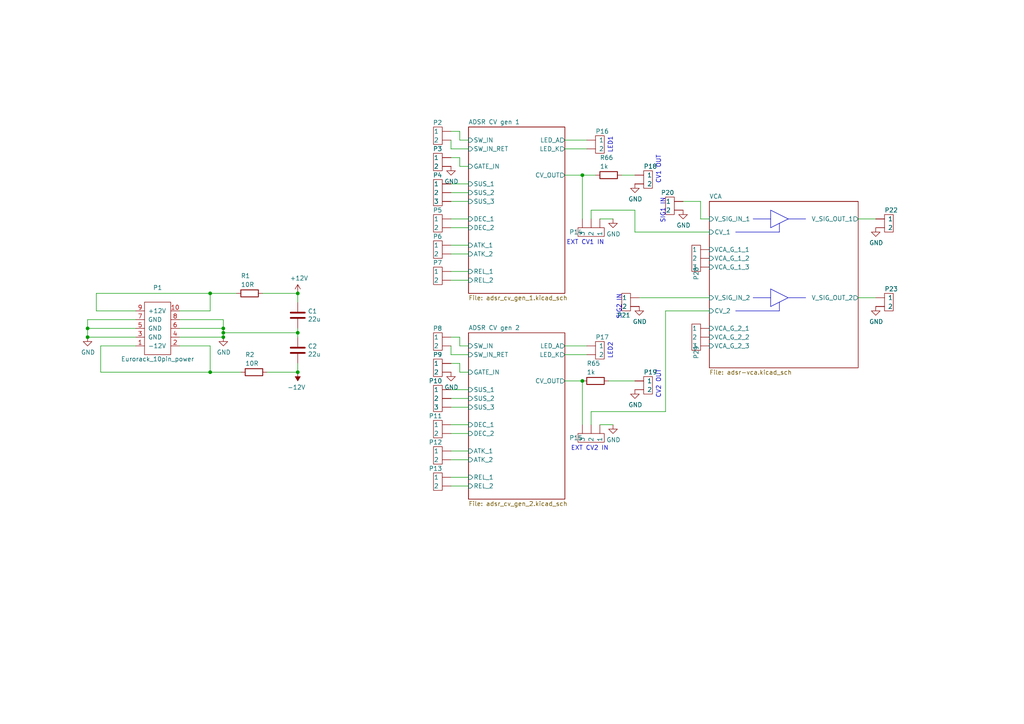
<source format=kicad_sch>
(kicad_sch (version 20211123) (generator eeschema)

  (uuid ed8a7f02-cf05-41d0-97b4-4388ef205e73)

  (paper "A4")

  (lib_symbols
    (symbol "Device:C" (pin_numbers hide) (pin_names (offset 0.254)) (in_bom yes) (on_board yes)
      (property "Reference" "C" (id 0) (at 0.635 2.54 0)
        (effects (font (size 1.27 1.27)) (justify left))
      )
      (property "Value" "C" (id 1) (at 0.635 -2.54 0)
        (effects (font (size 1.27 1.27)) (justify left))
      )
      (property "Footprint" "" (id 2) (at 0.9652 -3.81 0)
        (effects (font (size 1.27 1.27)) hide)
      )
      (property "Datasheet" "~" (id 3) (at 0 0 0)
        (effects (font (size 1.27 1.27)) hide)
      )
      (property "ki_keywords" "cap capacitor" (id 4) (at 0 0 0)
        (effects (font (size 1.27 1.27)) hide)
      )
      (property "ki_description" "Unpolarized capacitor" (id 5) (at 0 0 0)
        (effects (font (size 1.27 1.27)) hide)
      )
      (property "ki_fp_filters" "C_*" (id 6) (at 0 0 0)
        (effects (font (size 1.27 1.27)) hide)
      )
      (symbol "C_0_1"
        (polyline
          (pts
            (xy -2.032 -0.762)
            (xy 2.032 -0.762)
          )
          (stroke (width 0.508) (type default) (color 0 0 0 0))
          (fill (type none))
        )
        (polyline
          (pts
            (xy -2.032 0.762)
            (xy 2.032 0.762)
          )
          (stroke (width 0.508) (type default) (color 0 0 0 0))
          (fill (type none))
        )
      )
      (symbol "C_1_1"
        (pin passive line (at 0 3.81 270) (length 2.794)
          (name "~" (effects (font (size 1.27 1.27))))
          (number "1" (effects (font (size 1.27 1.27))))
        )
        (pin passive line (at 0 -3.81 90) (length 2.794)
          (name "~" (effects (font (size 1.27 1.27))))
          (number "2" (effects (font (size 1.27 1.27))))
        )
      )
    )
    (symbol "Device:R" (pin_numbers hide) (pin_names (offset 0)) (in_bom yes) (on_board yes)
      (property "Reference" "R" (id 0) (at 2.032 0 90)
        (effects (font (size 1.27 1.27)))
      )
      (property "Value" "R" (id 1) (at 0 0 90)
        (effects (font (size 1.27 1.27)))
      )
      (property "Footprint" "" (id 2) (at -1.778 0 90)
        (effects (font (size 1.27 1.27)) hide)
      )
      (property "Datasheet" "~" (id 3) (at 0 0 0)
        (effects (font (size 1.27 1.27)) hide)
      )
      (property "ki_keywords" "R res resistor" (id 4) (at 0 0 0)
        (effects (font (size 1.27 1.27)) hide)
      )
      (property "ki_description" "Resistor" (id 5) (at 0 0 0)
        (effects (font (size 1.27 1.27)) hide)
      )
      (property "ki_fp_filters" "R_*" (id 6) (at 0 0 0)
        (effects (font (size 1.27 1.27)) hide)
      )
      (symbol "R_0_1"
        (rectangle (start -1.016 -2.54) (end 1.016 2.54)
          (stroke (width 0.254) (type default) (color 0 0 0 0))
          (fill (type none))
        )
      )
      (symbol "R_1_1"
        (pin passive line (at 0 3.81 270) (length 1.27)
          (name "~" (effects (font (size 1.27 1.27))))
          (number "1" (effects (font (size 1.27 1.27))))
        )
        (pin passive line (at 0 -3.81 90) (length 1.27)
          (name "~" (effects (font (size 1.27 1.27))))
          (number "2" (effects (font (size 1.27 1.27))))
        )
      )
    )
    (symbol "pin-headers:2POS-1ROW-HEADER" (pin_numbers hide) (pin_names (offset 1.016)) (in_bom yes) (on_board yes)
      (property "Reference" "P" (id 0) (at 0 3.81 0)
        (effects (font (size 1.27 1.27)))
      )
      (property "Value" "2POS-1ROW-HEADER" (id 1) (at 0 -3.81 0)
        (effects (font (size 1.27 1.27)))
      )
      (property "Footprint" "pin-headers:2POS-1ROW-HEADER" (id 2) (at -5.08 1.27 0)
        (effects (font (size 1.27 1.27)) hide)
      )
      (property "Datasheet" "" (id 3) (at -5.08 1.27 0)
        (effects (font (size 1.27 1.27)) hide)
      )
      (symbol "2POS-1ROW-HEADER_0_1"
        (rectangle (start -1.27 -2.54) (end 1.27 2.54)
          (stroke (width 0) (type default) (color 0 0 0 0))
          (fill (type none))
        )
      )
      (symbol "2POS-1ROW-HEADER_1_1"
        (pin passive line (at -3.81 1.27 0) (length 2.54)
          (name "1" (effects (font (size 1.27 1.27))))
          (number "1" (effects (font (size 1.27 1.27))))
        )
        (pin passive line (at -3.81 -1.27 0) (length 2.54)
          (name "2" (effects (font (size 1.27 1.27))))
          (number "2" (effects (font (size 1.27 1.27))))
        )
      )
    )
    (symbol "pin-headers:3POS-1ROW-HEADER" (pin_numbers hide) (pin_names (offset 1.016)) (in_bom yes) (on_board yes)
      (property "Reference" "P" (id 0) (at 0 5.08 0)
        (effects (font (size 1.27 1.27)))
      )
      (property "Value" "3POS-1ROW-HEADER" (id 1) (at 0 -5.08 0)
        (effects (font (size 1.27 1.27)))
      )
      (property "Footprint" "pin-headers:3POS-1ROW-HEADER" (id 2) (at -2.54 0 0)
        (effects (font (size 1.27 1.27)) hide)
      )
      (property "Datasheet" "" (id 3) (at -2.54 0 0)
        (effects (font (size 1.27 1.27)) hide)
      )
      (symbol "3POS-1ROW-HEADER_0_1"
        (rectangle (start -1.27 -3.81) (end 1.27 3.81)
          (stroke (width 0) (type default) (color 0 0 0 0))
          (fill (type none))
        )
      )
      (symbol "3POS-1ROW-HEADER_1_1"
        (pin passive line (at -3.81 2.54 0) (length 2.54)
          (name "1" (effects (font (size 1.27 1.27))))
          (number "1" (effects (font (size 1.27 1.27))))
        )
        (pin passive line (at -3.81 0 0) (length 2.54)
          (name "2" (effects (font (size 1.27 1.27))))
          (number "2" (effects (font (size 1.27 1.27))))
        )
        (pin passive line (at -3.81 -2.54 0) (length 2.54)
          (name "3" (effects (font (size 1.27 1.27))))
          (number "3" (effects (font (size 1.27 1.27))))
        )
      )
    )
    (symbol "power:+12V" (power) (pin_names (offset 0)) (in_bom yes) (on_board yes)
      (property "Reference" "#PWR" (id 0) (at 0 -3.81 0)
        (effects (font (size 1.27 1.27)) hide)
      )
      (property "Value" "+12V" (id 1) (at 0 3.556 0)
        (effects (font (size 1.27 1.27)))
      )
      (property "Footprint" "" (id 2) (at 0 0 0)
        (effects (font (size 1.27 1.27)) hide)
      )
      (property "Datasheet" "" (id 3) (at 0 0 0)
        (effects (font (size 1.27 1.27)) hide)
      )
      (property "ki_keywords" "power-flag" (id 4) (at 0 0 0)
        (effects (font (size 1.27 1.27)) hide)
      )
      (property "ki_description" "Power symbol creates a global label with name \"+12V\"" (id 5) (at 0 0 0)
        (effects (font (size 1.27 1.27)) hide)
      )
      (symbol "+12V_0_1"
        (polyline
          (pts
            (xy -0.762 1.27)
            (xy 0 2.54)
          )
          (stroke (width 0) (type default) (color 0 0 0 0))
          (fill (type none))
        )
        (polyline
          (pts
            (xy 0 0)
            (xy 0 2.54)
          )
          (stroke (width 0) (type default) (color 0 0 0 0))
          (fill (type none))
        )
        (polyline
          (pts
            (xy 0 2.54)
            (xy 0.762 1.27)
          )
          (stroke (width 0) (type default) (color 0 0 0 0))
          (fill (type none))
        )
      )
      (symbol "+12V_1_1"
        (pin power_in line (at 0 0 90) (length 0) hide
          (name "+12V" (effects (font (size 1.27 1.27))))
          (number "1" (effects (font (size 1.27 1.27))))
        )
      )
    )
    (symbol "power:-12V" (power) (pin_names (offset 0)) (in_bom yes) (on_board yes)
      (property "Reference" "#PWR" (id 0) (at 0 2.54 0)
        (effects (font (size 1.27 1.27)) hide)
      )
      (property "Value" "-12V" (id 1) (at 0 3.81 0)
        (effects (font (size 1.27 1.27)))
      )
      (property "Footprint" "" (id 2) (at 0 0 0)
        (effects (font (size 1.27 1.27)) hide)
      )
      (property "Datasheet" "" (id 3) (at 0 0 0)
        (effects (font (size 1.27 1.27)) hide)
      )
      (property "ki_keywords" "power-flag" (id 4) (at 0 0 0)
        (effects (font (size 1.27 1.27)) hide)
      )
      (property "ki_description" "Power symbol creates a global label with name \"-12V\"" (id 5) (at 0 0 0)
        (effects (font (size 1.27 1.27)) hide)
      )
      (symbol "-12V_0_0"
        (pin power_in line (at 0 0 90) (length 0) hide
          (name "-12V" (effects (font (size 1.27 1.27))))
          (number "1" (effects (font (size 1.27 1.27))))
        )
      )
      (symbol "-12V_0_1"
        (polyline
          (pts
            (xy 0 0)
            (xy 0 1.27)
            (xy 0.762 1.27)
            (xy 0 2.54)
            (xy -0.762 1.27)
            (xy 0 1.27)
          )
          (stroke (width 0) (type default) (color 0 0 0 0))
          (fill (type outline))
        )
      )
    )
    (symbol "power:GND" (power) (pin_names (offset 0)) (in_bom yes) (on_board yes)
      (property "Reference" "#PWR" (id 0) (at 0 -6.35 0)
        (effects (font (size 1.27 1.27)) hide)
      )
      (property "Value" "GND" (id 1) (at 0 -3.81 0)
        (effects (font (size 1.27 1.27)))
      )
      (property "Footprint" "" (id 2) (at 0 0 0)
        (effects (font (size 1.27 1.27)) hide)
      )
      (property "Datasheet" "" (id 3) (at 0 0 0)
        (effects (font (size 1.27 1.27)) hide)
      )
      (property "ki_keywords" "power-flag" (id 4) (at 0 0 0)
        (effects (font (size 1.27 1.27)) hide)
      )
      (property "ki_description" "Power symbol creates a global label with name \"GND\" , ground" (id 5) (at 0 0 0)
        (effects (font (size 1.27 1.27)) hide)
      )
      (symbol "GND_0_1"
        (polyline
          (pts
            (xy 0 0)
            (xy 0 -1.27)
            (xy 1.27 -1.27)
            (xy 0 -2.54)
            (xy -1.27 -1.27)
            (xy 0 -1.27)
          )
          (stroke (width 0) (type default) (color 0 0 0 0))
          (fill (type none))
        )
      )
      (symbol "GND_1_1"
        (pin power_in line (at 0 0 270) (length 0) hide
          (name "GND" (effects (font (size 1.27 1.27))))
          (number "1" (effects (font (size 1.27 1.27))))
        )
      )
    )
    (symbol "project_oscillator:Eurorack_10pin_power" (pin_names (offset 1.016)) (in_bom yes) (on_board yes)
      (property "Reference" "P" (id 0) (at 0 8.89 0)
        (effects (font (size 1.27 1.27)))
      )
      (property "Value" "Eurorack_10pin_power" (id 1) (at 1.27 -8.89 0)
        (effects (font (size 1.27 1.27)))
      )
      (property "Footprint" "project_oscillator:HEADER_10POS_2ROW" (id 2) (at -2.54 -3.81 0)
        (effects (font (size 1.27 1.27)) hide)
      )
      (property "Datasheet" "" (id 3) (at -2.54 -3.81 0)
        (effects (font (size 1.27 1.27)) hide)
      )
      (symbol "Eurorack_10pin_power_0_1"
        (rectangle (start -3.81 -7.62) (end 3.81 7.62)
          (stroke (width 0) (type default) (color 0 0 0 0))
          (fill (type none))
        )
      )
      (symbol "Eurorack_10pin_power_1_1"
        (pin passive line (at -6.35 5.08 0) (length 2.54)
          (name "-12V" (effects (font (size 1.27 1.27))))
          (number "1" (effects (font (size 1.27 1.27))))
        )
        (pin passive line (at 6.35 -5.08 180) (length 2.54)
          (name "~" (effects (font (size 1.27 1.27))))
          (number "10" (effects (font (size 1.27 1.27))))
        )
        (pin passive line (at 6.35 5.08 180) (length 2.54)
          (name "~" (effects (font (size 1.27 1.27))))
          (number "2" (effects (font (size 1.27 1.27))))
        )
        (pin passive line (at -6.35 2.54 0) (length 2.54)
          (name "GND" (effects (font (size 1.27 1.27))))
          (number "3" (effects (font (size 1.27 1.27))))
        )
        (pin passive line (at 6.35 2.54 180) (length 2.54)
          (name "~" (effects (font (size 1.27 1.27))))
          (number "4" (effects (font (size 1.27 1.27))))
        )
        (pin passive line (at -6.35 0 0) (length 2.54)
          (name "GND" (effects (font (size 1.27 1.27))))
          (number "5" (effects (font (size 1.27 1.27))))
        )
        (pin passive line (at 6.35 0 180) (length 2.54)
          (name "~" (effects (font (size 1.27 1.27))))
          (number "6" (effects (font (size 1.27 1.27))))
        )
        (pin passive line (at -6.35 -2.54 0) (length 2.54)
          (name "GND" (effects (font (size 1.27 1.27))))
          (number "7" (effects (font (size 1.27 1.27))))
        )
        (pin passive line (at 6.35 -2.54 180) (length 2.54)
          (name "~" (effects (font (size 1.27 1.27))))
          (number "8" (effects (font (size 1.27 1.27))))
        )
        (pin passive line (at -6.35 -5.08 0) (length 2.54)
          (name "+12V" (effects (font (size 1.27 1.27))))
          (number "9" (effects (font (size 1.27 1.27))))
        )
      )
    )
  )

  (junction (at 64.77 97.79) (diameter 0) (color 0 0 0 0)
    (uuid 12c8f4c9-cb79-4390-b96c-a717c693de17)
  )
  (junction (at 64.77 96.52) (diameter 0) (color 0 0 0 0)
    (uuid 4fd9bc4f-0ae3-42d4-a1b4-9fb1b2a0a7fd)
  )
  (junction (at 60.96 85.09) (diameter 0) (color 0 0 0 0)
    (uuid 5f6afe3e-3cb2-473a-819c-dc94ae52a6be)
  )
  (junction (at 25.4 97.79) (diameter 0) (color 0 0 0 0)
    (uuid 6bd46644-7209-4d4d-acd8-f4c0d045bc61)
  )
  (junction (at 86.36 96.52) (diameter 0) (color 0 0 0 0)
    (uuid 799e761c-1426-40e9-a069-1f4cb353bfaa)
  )
  (junction (at 64.77 95.25) (diameter 0) (color 0 0 0 0)
    (uuid 8f12311d-6f4c-4d28-a5bc-d6cb462bade7)
  )
  (junction (at 168.91 50.8) (diameter 0) (color 0 0 0 0)
    (uuid 92848721-49b5-4e4c-b042-6fd51e1d562f)
  )
  (junction (at 86.36 85.09) (diameter 0) (color 0 0 0 0)
    (uuid b7d06af4-a5b1-447f-9b1a-8b44eb1cc204)
  )
  (junction (at 86.36 107.95) (diameter 0) (color 0 0 0 0)
    (uuid db851147-6a1e-4d19-898c-0ba71182359b)
  )
  (junction (at 60.96 107.95) (diameter 0) (color 0 0 0 0)
    (uuid de370984-7922-4327-a0ba-7cd613995df4)
  )
  (junction (at 25.4 95.25) (diameter 0) (color 0 0 0 0)
    (uuid ea2ea877-1ce1-4cd6-ad19-1da87f51601d)
  )
  (junction (at 168.91 110.49) (diameter 0) (color 0 0 0 0)
    (uuid eb473bfd-fc2d-4cf0-8714-6b7dd95b0a03)
  )

  (wire (pts (xy 193.04 90.17) (xy 205.74 90.17))
    (stroke (width 0) (type default) (color 0 0 0 0))
    (uuid 015f5586-ba76-4a98-9114-f5cd2c67134d)
  )
  (wire (pts (xy 27.94 85.09) (xy 60.96 85.09))
    (stroke (width 0) (type default) (color 0 0 0 0))
    (uuid 02538207-54a8-4266-8d51-23871852b2ff)
  )
  (wire (pts (xy 39.37 97.79) (xy 25.4 97.79))
    (stroke (width 0) (type default) (color 0 0 0 0))
    (uuid 05d3e08e-e1f9-46cf-93d0-836d1306d03a)
  )
  (wire (pts (xy 163.83 40.64) (xy 170.18 40.64))
    (stroke (width 0) (type default) (color 0 0 0 0))
    (uuid 05f2859d-2820-4e84-b395-696011feb13b)
  )
  (wire (pts (xy 130.81 97.79) (xy 133.35 97.79))
    (stroke (width 0) (type default) (color 0 0 0 0))
    (uuid 083becc8-e25d-4206-9636-55457650bbe3)
  )
  (wire (pts (xy 25.4 92.71) (xy 25.4 95.25))
    (stroke (width 0) (type default) (color 0 0 0 0))
    (uuid 0b4c0f05-c855-4742-bad2-dbf645d5842b)
  )
  (polyline (pts (xy 213.36 67.31) (xy 226.06 67.31))
    (stroke (width 0) (type solid) (color 0 0 0 0))
    (uuid 0ceb97d6-1b0f-4b71-921e-b0955c30c998)
  )

  (wire (pts (xy 60.96 90.17) (xy 52.07 90.17))
    (stroke (width 0) (type default) (color 0 0 0 0))
    (uuid 0f560957-a8c5-442f-b20c-c2d88613742c)
  )
  (wire (pts (xy 133.35 107.95) (xy 135.89 107.95))
    (stroke (width 0) (type default) (color 0 0 0 0))
    (uuid 123968c6-74e7-4754-8c36-08ea08e42555)
  )
  (polyline (pts (xy 226.06 67.31) (xy 226.06 64.77))
    (stroke (width 0) (type solid) (color 0 0 0 0))
    (uuid 1241b7f2-e266-4f5c-8a97-9f0f9d0eef37)
  )
  (polyline (pts (xy 218.44 63.5) (xy 223.52 63.5))
    (stroke (width 0) (type solid) (color 0 0 0 0))
    (uuid 12a24e86-2c38-4685-bba9-fff8dddb4cb0)
  )

  (wire (pts (xy 184.15 110.49) (xy 176.53 110.49))
    (stroke (width 0) (type default) (color 0 0 0 0))
    (uuid 13bbfffc-affb-4b43-9eb1-f2ed90a8a919)
  )
  (wire (pts (xy 60.96 85.09) (xy 60.96 90.17))
    (stroke (width 0) (type default) (color 0 0 0 0))
    (uuid 17ed3508-fa2e-4593-a799-bfd39a6cc14d)
  )
  (wire (pts (xy 133.35 40.64) (xy 135.89 40.64))
    (stroke (width 0) (type default) (color 0 0 0 0))
    (uuid 1b023dd4-5185-4576-b544-68a05b9c360b)
  )
  (wire (pts (xy 76.2 85.09) (xy 86.36 85.09))
    (stroke (width 0) (type default) (color 0 0 0 0))
    (uuid 1c052668-6749-425a-9a77-35f046c8aa39)
  )
  (wire (pts (xy 60.96 100.33) (xy 52.07 100.33))
    (stroke (width 0) (type default) (color 0 0 0 0))
    (uuid 1c9f6fea-1796-4a2d-80b3-ae22ce51c8f5)
  )
  (wire (pts (xy 193.04 119.38) (xy 171.45 119.38))
    (stroke (width 0) (type default) (color 0 0 0 0))
    (uuid 20caf6d2-76a7-497e-ac56-f6d31eb9027b)
  )
  (wire (pts (xy 184.15 67.31) (xy 184.15 60.96))
    (stroke (width 0) (type default) (color 0 0 0 0))
    (uuid 21492bcd-343a-4b2b-b55a-b4586c11bdeb)
  )
  (wire (pts (xy 130.81 63.5) (xy 135.89 63.5))
    (stroke (width 0) (type default) (color 0 0 0 0))
    (uuid 2165c9a4-eb84-4cb6-a870-2fdc39d2511b)
  )
  (wire (pts (xy 130.81 113.03) (xy 135.89 113.03))
    (stroke (width 0) (type default) (color 0 0 0 0))
    (uuid 241e0c85-4796-48eb-a5a0-1c0f2d6e5910)
  )
  (wire (pts (xy 86.36 97.79) (xy 86.36 96.52))
    (stroke (width 0) (type default) (color 0 0 0 0))
    (uuid 2518d4ea-25cc-4e57-a0d6-8482034e7318)
  )
  (wire (pts (xy 203.2 58.42) (xy 203.2 63.5))
    (stroke (width 0) (type default) (color 0 0 0 0))
    (uuid 25bc3602-3fb4-4a04-94e3-21ba22562c24)
  )
  (wire (pts (xy 52.07 95.25) (xy 64.77 95.25))
    (stroke (width 0) (type default) (color 0 0 0 0))
    (uuid 2a6075ae-c7fa-41db-86b8-3f996740bdc2)
  )
  (polyline (pts (xy 223.52 83.82) (xy 223.52 88.9))
    (stroke (width 0) (type solid) (color 0 0 0 0))
    (uuid 2b5a9ad3-7ec4-447d-916c-47adf5f9674f)
  )

  (wire (pts (xy 130.81 73.66) (xy 135.89 73.66))
    (stroke (width 0) (type default) (color 0 0 0 0))
    (uuid 2de1ffee-2174-41d2-8969-68b8d21e5a7d)
  )
  (wire (pts (xy 171.45 119.38) (xy 171.45 123.19))
    (stroke (width 0) (type default) (color 0 0 0 0))
    (uuid 2f291a4b-4ecb-4692-9ad2-324f9784c0d4)
  )
  (wire (pts (xy 130.81 40.64) (xy 130.81 43.18))
    (stroke (width 0) (type default) (color 0 0 0 0))
    (uuid 3249bd81-9fd4-4194-9b4f-2e333b2195b8)
  )
  (wire (pts (xy 130.81 45.72) (xy 133.35 45.72))
    (stroke (width 0) (type default) (color 0 0 0 0))
    (uuid 347562f5-b152-4e7b-8a69-40ca6daaaad4)
  )
  (polyline (pts (xy 228.6 63.5) (xy 223.52 60.96))
    (stroke (width 0) (type solid) (color 0 0 0 0))
    (uuid 35ef9c4a-35f6-467b-a704-b1d9354880cf)
  )

  (wire (pts (xy 130.81 115.57) (xy 135.89 115.57))
    (stroke (width 0) (type default) (color 0 0 0 0))
    (uuid 386ad9e3-71fa-420f-8722-88548b024fc5)
  )
  (wire (pts (xy 130.81 130.81) (xy 135.89 130.81))
    (stroke (width 0) (type default) (color 0 0 0 0))
    (uuid 3c9169cc-3a77-4ae0-8afc-cbfc472a28c5)
  )
  (wire (pts (xy 130.81 100.33) (xy 130.81 102.87))
    (stroke (width 0) (type default) (color 0 0 0 0))
    (uuid 3e3d55c8-e0ea-48fb-8421-a84b7cb7055b)
  )
  (wire (pts (xy 130.81 133.35) (xy 135.89 133.35))
    (stroke (width 0) (type default) (color 0 0 0 0))
    (uuid 3e57b728-64e6-4470-8f27-a43c0dd85050)
  )
  (wire (pts (xy 52.07 97.79) (xy 64.77 97.79))
    (stroke (width 0) (type default) (color 0 0 0 0))
    (uuid 4344bc11-e822-474b-8d61-d12211e719b1)
  )
  (wire (pts (xy 193.04 90.17) (xy 193.04 119.38))
    (stroke (width 0) (type default) (color 0 0 0 0))
    (uuid 46cbe85d-ff47-428e-b187-4ebd50a66e0c)
  )
  (wire (pts (xy 198.12 58.42) (xy 203.2 58.42))
    (stroke (width 0) (type default) (color 0 0 0 0))
    (uuid 4aa97874-2fd2-414c-b381-9420384c2fd8)
  )
  (wire (pts (xy 185.42 86.36) (xy 205.74 86.36))
    (stroke (width 0) (type default) (color 0 0 0 0))
    (uuid 541721d1-074b-496e-a833-813044b3e8ca)
  )
  (wire (pts (xy 163.83 102.87) (xy 170.18 102.87))
    (stroke (width 0) (type default) (color 0 0 0 0))
    (uuid 576f00e6-a1be-45d3-9b93-e26d9e0fe306)
  )
  (wire (pts (xy 130.81 55.88) (xy 135.89 55.88))
    (stroke (width 0) (type default) (color 0 0 0 0))
    (uuid 5d49e9a6-41dd-4072-adde-ef1036c1979b)
  )
  (wire (pts (xy 130.81 123.19) (xy 135.89 123.19))
    (stroke (width 0) (type default) (color 0 0 0 0))
    (uuid 5e7c3a32-8dda-4e6a-9838-c94d1f165575)
  )
  (wire (pts (xy 130.81 105.41) (xy 133.35 105.41))
    (stroke (width 0) (type default) (color 0 0 0 0))
    (uuid 5f312b85-6822-40a3-b417-2df49696ca2d)
  )
  (wire (pts (xy 130.81 125.73) (xy 135.89 125.73))
    (stroke (width 0) (type default) (color 0 0 0 0))
    (uuid 5f31b97b-d794-46d6-bbd9-7a5638bcf704)
  )
  (polyline (pts (xy 223.52 88.9) (xy 228.6 86.36))
    (stroke (width 0) (type solid) (color 0 0 0 0))
    (uuid 6241e6d3-a754-45b6-9f7c-e43019b93226)
  )

  (wire (pts (xy 163.83 100.33) (xy 170.18 100.33))
    (stroke (width 0) (type default) (color 0 0 0 0))
    (uuid 713e0777-58b2-4487-baca-60d0ebed27c3)
  )
  (wire (pts (xy 130.81 43.18) (xy 135.89 43.18))
    (stroke (width 0) (type default) (color 0 0 0 0))
    (uuid 718e5c6d-0e4c-46d8-a149-2f2bfc54c7f1)
  )
  (wire (pts (xy 86.36 96.52) (xy 86.36 95.25))
    (stroke (width 0) (type default) (color 0 0 0 0))
    (uuid 71af7b65-0e6b-402e-b1a4-b66be507b4dc)
  )
  (wire (pts (xy 130.81 102.87) (xy 135.89 102.87))
    (stroke (width 0) (type default) (color 0 0 0 0))
    (uuid 725cdf26-4b92-46db-bca9-10d930002dda)
  )
  (wire (pts (xy 39.37 90.17) (xy 27.94 90.17))
    (stroke (width 0) (type default) (color 0 0 0 0))
    (uuid 73fbe87f-3928-49c2-bf87-839d907c6aef)
  )
  (wire (pts (xy 163.83 110.49) (xy 168.91 110.49))
    (stroke (width 0) (type default) (color 0 0 0 0))
    (uuid 759788bd-3cb9-4d38-b58c-5cb10b7dca6b)
  )
  (wire (pts (xy 130.81 140.97) (xy 135.89 140.97))
    (stroke (width 0) (type default) (color 0 0 0 0))
    (uuid 75b944f9-bf25-4dc7-8104-e9f80b4f359b)
  )
  (wire (pts (xy 203.2 63.5) (xy 205.74 63.5))
    (stroke (width 0) (type default) (color 0 0 0 0))
    (uuid 7760a75a-d74b-4185-b34e-cbc7b2c339b6)
  )
  (wire (pts (xy 133.35 97.79) (xy 133.35 100.33))
    (stroke (width 0) (type default) (color 0 0 0 0))
    (uuid 7acd513a-187b-4936-9f93-2e521ce33ad5)
  )
  (wire (pts (xy 248.92 86.36) (xy 254 86.36))
    (stroke (width 0) (type default) (color 0 0 0 0))
    (uuid 7c411b3e-aca2-424f-b644-2d21c9d80fa7)
  )
  (polyline (pts (xy 218.44 86.36) (xy 223.52 86.36))
    (stroke (width 0) (type solid) (color 0 0 0 0))
    (uuid 7d0dab95-9e7a-486e-a1d7-fc48860fd57d)
  )

  (wire (pts (xy 130.81 81.28) (xy 135.89 81.28))
    (stroke (width 0) (type default) (color 0 0 0 0))
    (uuid 7f2b3ce3-2f20-426d-b769-e0329b6a8111)
  )
  (wire (pts (xy 39.37 92.71) (xy 25.4 92.71))
    (stroke (width 0) (type default) (color 0 0 0 0))
    (uuid 83c5181e-f5ee-453c-ae5c-d7256ba8837d)
  )
  (wire (pts (xy 130.81 66.04) (xy 135.89 66.04))
    (stroke (width 0) (type default) (color 0 0 0 0))
    (uuid 84d4e166-b429-409a-ab37-c6a10fd82ff5)
  )
  (wire (pts (xy 29.21 107.95) (xy 60.96 107.95))
    (stroke (width 0) (type default) (color 0 0 0 0))
    (uuid 86ad0555-08b3-4dde-9a3e-c1e5e29b6615)
  )
  (wire (pts (xy 64.77 96.52) (xy 64.77 95.25))
    (stroke (width 0) (type default) (color 0 0 0 0))
    (uuid 86e98417-f5e4-48ba-8147-ef66cc03dde6)
  )
  (wire (pts (xy 130.81 53.34) (xy 135.89 53.34))
    (stroke (width 0) (type default) (color 0 0 0 0))
    (uuid 87a1984f-543d-4f2e-ad8a-7a3a24ee6047)
  )
  (wire (pts (xy 130.81 118.11) (xy 135.89 118.11))
    (stroke (width 0) (type default) (color 0 0 0 0))
    (uuid 8cb2cd3a-4ef9-4ae5-b6bc-2b1d16f657d6)
  )
  (wire (pts (xy 133.35 100.33) (xy 135.89 100.33))
    (stroke (width 0) (type default) (color 0 0 0 0))
    (uuid 8e295ed4-82cb-4d9f-8888-7ad2dd4d5129)
  )
  (wire (pts (xy 133.35 38.1) (xy 133.35 40.64))
    (stroke (width 0) (type default) (color 0 0 0 0))
    (uuid 90f81af1-b6de-44aa-a46b-6504a157ce6c)
  )
  (wire (pts (xy 168.91 50.8) (xy 168.91 63.5))
    (stroke (width 0) (type default) (color 0 0 0 0))
    (uuid 9529c01f-e1cd-40be-b7f0-83780a544249)
  )
  (wire (pts (xy 171.45 60.96) (xy 184.15 60.96))
    (stroke (width 0) (type default) (color 0 0 0 0))
    (uuid 96315415-cfed-47d2-b3dd-d782358bd0df)
  )
  (wire (pts (xy 64.77 97.79) (xy 64.77 96.52))
    (stroke (width 0) (type default) (color 0 0 0 0))
    (uuid 98970bf0-1168-4b4e-a1c9-3b0c8d7eaacf)
  )
  (wire (pts (xy 77.47 107.95) (xy 86.36 107.95))
    (stroke (width 0) (type default) (color 0 0 0 0))
    (uuid 99e6b8eb-b08e-4d42-84dd-8b7f6765b7b7)
  )
  (wire (pts (xy 163.83 50.8) (xy 168.91 50.8))
    (stroke (width 0) (type default) (color 0 0 0 0))
    (uuid 9aaeec6e-84fe-4644-b0bc-5de24626ff48)
  )
  (wire (pts (xy 86.36 85.09) (xy 86.36 87.63))
    (stroke (width 0) (type default) (color 0 0 0 0))
    (uuid 9db16341-dac0-4aab-9c62-7d88c111c1ce)
  )
  (wire (pts (xy 130.81 38.1) (xy 133.35 38.1))
    (stroke (width 0) (type default) (color 0 0 0 0))
    (uuid 9e0e6fc0-a269-4822-b93d-4c5e6689ff11)
  )
  (polyline (pts (xy 226.06 90.17) (xy 226.06 87.63))
    (stroke (width 0) (type solid) (color 0 0 0 0))
    (uuid 9f782c92-a5e8-49db-bfda-752b35522ce4)
  )
  (polyline (pts (xy 228.6 63.5) (xy 233.68 63.5))
    (stroke (width 0) (type solid) (color 0 0 0 0))
    (uuid a7f25f41-0b4c-4430-b6cd-b2160b2db099)
  )

  (wire (pts (xy 130.81 78.74) (xy 135.89 78.74))
    (stroke (width 0) (type default) (color 0 0 0 0))
    (uuid a7f2e97b-29f3-44fd-bf8a-97a3c1528b61)
  )
  (wire (pts (xy 163.83 43.18) (xy 170.18 43.18))
    (stroke (width 0) (type default) (color 0 0 0 0))
    (uuid a8fb8ee0-623f-4870-a716-ecc88f37ef9a)
  )
  (wire (pts (xy 86.36 107.95) (xy 86.36 105.41))
    (stroke (width 0) (type default) (color 0 0 0 0))
    (uuid ab8b0540-9c9f-4195-88f5-7bed0b0a8ed6)
  )
  (wire (pts (xy 39.37 100.33) (xy 29.21 100.33))
    (stroke (width 0) (type default) (color 0 0 0 0))
    (uuid b12e5309-5d01-40ef-a9c3-8453e00a555e)
  )
  (wire (pts (xy 60.96 107.95) (xy 69.85 107.95))
    (stroke (width 0) (type default) (color 0 0 0 0))
    (uuid b794d099-f823-4d35-9755-ca1c45247ee9)
  )
  (polyline (pts (xy 223.52 60.96) (xy 223.52 66.04))
    (stroke (width 0) (type solid) (color 0 0 0 0))
    (uuid b8b961e9-8a60-45fc-999a-a7a3baff4e0d)
  )

  (wire (pts (xy 130.81 138.43) (xy 135.89 138.43))
    (stroke (width 0) (type default) (color 0 0 0 0))
    (uuid bac7c5b3-99df-445a-ade9-1e608bbbe27e)
  )
  (wire (pts (xy 29.21 100.33) (xy 29.21 107.95))
    (stroke (width 0) (type default) (color 0 0 0 0))
    (uuid be6b17f9-34f5-44e9-a4c7-725d2e274a9d)
  )
  (wire (pts (xy 60.96 85.09) (xy 68.58 85.09))
    (stroke (width 0) (type default) (color 0 0 0 0))
    (uuid befdfbe5-f3e5-423b-a34e-7bba3f218536)
  )
  (wire (pts (xy 64.77 92.71) (xy 52.07 92.71))
    (stroke (width 0) (type default) (color 0 0 0 0))
    (uuid c67ad10d-2f75-4ec6-a139-47058f7f06b2)
  )
  (polyline (pts (xy 228.6 86.36) (xy 223.52 83.82))
    (stroke (width 0) (type solid) (color 0 0 0 0))
    (uuid c8a44971-63c1-4a19-879d-b6647b2dc08d)
  )

  (wire (pts (xy 130.81 58.42) (xy 135.89 58.42))
    (stroke (width 0) (type default) (color 0 0 0 0))
    (uuid c8ab8246-b2bb-4b06-b45e-2548482466fd)
  )
  (wire (pts (xy 39.37 95.25) (xy 25.4 95.25))
    (stroke (width 0) (type default) (color 0 0 0 0))
    (uuid ca5b6af8-ca05-4338-b852-b51f2b49b1db)
  )
  (wire (pts (xy 133.35 48.26) (xy 135.89 48.26))
    (stroke (width 0) (type default) (color 0 0 0 0))
    (uuid cbde200f-1075-469a-89f8-abbdcf30e36a)
  )
  (wire (pts (xy 173.99 63.5) (xy 177.8 63.5))
    (stroke (width 0) (type default) (color 0 0 0 0))
    (uuid d3e133b7-2c84-4206-a2b1-e693cb57fe56)
  )
  (wire (pts (xy 171.45 63.5) (xy 171.45 60.96))
    (stroke (width 0) (type default) (color 0 0 0 0))
    (uuid d68e5ddb-039c-483f-88a3-1b0b7964b482)
  )
  (polyline (pts (xy 213.36 90.17) (xy 226.06 90.17))
    (stroke (width 0) (type solid) (color 0 0 0 0))
    (uuid da6f4122-0ecc-496f-b0fd-e4abef534976)
  )

  (wire (pts (xy 172.72 50.8) (xy 168.91 50.8))
    (stroke (width 0) (type default) (color 0 0 0 0))
    (uuid db1ed10a-ef86-43bf-93dc-9be76327f6d2)
  )
  (wire (pts (xy 64.77 95.25) (xy 64.77 92.71))
    (stroke (width 0) (type default) (color 0 0 0 0))
    (uuid db742b9e-1fed-4e0c-b783-f911ab5116aa)
  )
  (wire (pts (xy 27.94 90.17) (xy 27.94 85.09))
    (stroke (width 0) (type default) (color 0 0 0 0))
    (uuid dd334895-c8ff-4719-bac4-c0b289bb5899)
  )
  (wire (pts (xy 86.36 96.52) (xy 64.77 96.52))
    (stroke (width 0) (type default) (color 0 0 0 0))
    (uuid e69c64f9-717d-4a97-b3df-80325ec2fa63)
  )
  (wire (pts (xy 130.81 71.12) (xy 135.89 71.12))
    (stroke (width 0) (type default) (color 0 0 0 0))
    (uuid e87738fc-e372-4c48-9de9-398fd8b4874c)
  )
  (wire (pts (xy 133.35 105.41) (xy 133.35 107.95))
    (stroke (width 0) (type default) (color 0 0 0 0))
    (uuid ee29d712-3378-4507-a00b-003526b29bb1)
  )
  (polyline (pts (xy 228.6 86.36) (xy 233.68 86.36))
    (stroke (width 0) (type solid) (color 0 0 0 0))
    (uuid f1782535-55f4-4299-bd4f-6f51b0b7259c)
  )
  (polyline (pts (xy 223.52 66.04) (xy 228.6 63.5))
    (stroke (width 0) (type solid) (color 0 0 0 0))
    (uuid f357ddb5-3f44-43b0-b00d-d64f5c62ba4a)
  )

  (wire (pts (xy 168.91 110.49) (xy 168.91 123.19))
    (stroke (width 0) (type default) (color 0 0 0 0))
    (uuid f44d04c5-0d17-4d52-8328-ef3b4fdfba5f)
  )
  (wire (pts (xy 254 63.5) (xy 248.92 63.5))
    (stroke (width 0) (type default) (color 0 0 0 0))
    (uuid f4a8afbe-ed68-4253-959f-6be4d2cbf8c5)
  )
  (wire (pts (xy 133.35 45.72) (xy 133.35 48.26))
    (stroke (width 0) (type default) (color 0 0 0 0))
    (uuid f50dae73-c5b5-475d-ac8c-5b555be54fa3)
  )
  (wire (pts (xy 60.96 107.95) (xy 60.96 100.33))
    (stroke (width 0) (type default) (color 0 0 0 0))
    (uuid f56d244f-1fa4-4475-ac1d-f41eed31a48b)
  )
  (wire (pts (xy 173.99 123.19) (xy 177.8 123.19))
    (stroke (width 0) (type default) (color 0 0 0 0))
    (uuid f6983918-fe05-46ea-b355-bc522ec53440)
  )
  (wire (pts (xy 25.4 95.25) (xy 25.4 97.79))
    (stroke (width 0) (type default) (color 0 0 0 0))
    (uuid f699494a-77d6-4c73-bd50-29c1c1c5b879)
  )
  (wire (pts (xy 205.74 67.31) (xy 184.15 67.31))
    (stroke (width 0) (type default) (color 0 0 0 0))
    (uuid fa20e708-ec85-4e0b-8402-f74a2724f920)
  )
  (wire (pts (xy 184.15 50.8) (xy 180.34 50.8))
    (stroke (width 0) (type default) (color 0 0 0 0))
    (uuid fb35e3b1-aff6-41a7-9cf0-52694b95edeb)
  )

  (text "EXT CV2 IN" (at 176.53 130.81 180)
    (effects (font (size 1.27 1.27)) (justify right bottom))
    (uuid 01f82238-6335-48fe-8b0a-6853e227345a)
  )
  (text "LED2" (at 177.8 104.14 90)
    (effects (font (size 1.27 1.27)) (justify left bottom))
    (uuid 0e249018-17e7-42b3-ae5d-5ebf3ae299ae)
  )
  (text "SIG1 IN" (at 193.04 64.77 90)
    (effects (font (size 1.27 1.27)) (justify left bottom))
    (uuid 5c7d6eaf-f256-4349-8203-d2e836872231)
  )
  (text "SIG2 IN" (at 180.34 92.71 90)
    (effects (font (size 1.27 1.27)) (justify left bottom))
    (uuid 6b91a3ee-fdcd-4bfe-ad57-c8d5ea9903a8)
  )
  (text "LED1" (at 177.8 44.45 90)
    (effects (font (size 1.27 1.27)) (justify left bottom))
    (uuid 6f580eb1-88cc-489d-a7ca-9efa5e590715)
  )
  (text "CV2 OUT" (at 191.77 115.57 90)
    (effects (font (size 1.27 1.27)) (justify left bottom))
    (uuid 71f8d568-0f23-4ff2-8e60-1600ce517a48)
  )
  (text "EXT CV1 IN" (at 175.26 71.12 180)
    (effects (font (size 1.27 1.27)) (justify right bottom))
    (uuid 7c00778a-4692-4f9b-87d5-2d355077ce1e)
  )
  (text "CV1 OUT" (at 191.77 53.34 90)
    (effects (font (size 1.27 1.27)) (justify left bottom))
    (uuid b13e8448-bf35-4ec0-9c70-3f2250718cc2)
  )

  (symbol (lib_id "Device:R") (at 72.39 85.09 270) (unit 1)
    (in_bom yes) (on_board yes)
    (uuid 00000000-0000-0000-0000-00005ff08783)
    (property "Reference" "R1" (id 0) (at 69.85 80.01 90)
      (effects (font (size 1.27 1.27)) (justify left))
    )
    (property "Value" "10R" (id 1) (at 69.85 82.55 90)
      (effects (font (size 1.27 1.27)) (justify left))
    )
    (property "Footprint" "Resistor_SMD:R_0603_1608Metric" (id 2) (at 72.39 83.312 90)
      (effects (font (size 1.27 1.27)) hide)
    )
    (property "Datasheet" "~" (id 3) (at 72.39 85.09 0)
      (effects (font (size 1.27 1.27)) hide)
    )
    (pin "1" (uuid b8cdf76b-2d6c-4e7d-a74a-2fab567fa39d))
    (pin "2" (uuid 61f112c5-1974-4465-b2ae-5a371e9f243d))
  )

  (symbol (lib_id "power:-12V") (at 86.36 107.95 180) (unit 1)
    (in_bom yes) (on_board yes)
    (uuid 00000000-0000-0000-0000-00005ff0a4cc)
    (property "Reference" "#PWR04" (id 0) (at 86.36 110.49 0)
      (effects (font (size 1.27 1.27)) hide)
    )
    (property "Value" "-12V" (id 1) (at 85.979 112.3442 0))
    (property "Footprint" "" (id 2) (at 86.36 107.95 0)
      (effects (font (size 1.27 1.27)) hide)
    )
    (property "Datasheet" "" (id 3) (at 86.36 107.95 0)
      (effects (font (size 1.27 1.27)) hide)
    )
    (pin "1" (uuid 6966f764-6ca2-4e01-9975-ec7c81888a01))
  )

  (symbol (lib_id "power:GND") (at 64.77 97.79 0) (unit 1)
    (in_bom yes) (on_board yes)
    (uuid 00000000-0000-0000-0000-00005ff0c33e)
    (property "Reference" "#PWR02" (id 0) (at 64.77 104.14 0)
      (effects (font (size 1.27 1.27)) hide)
    )
    (property "Value" "GND" (id 1) (at 64.897 102.1842 0))
    (property "Footprint" "" (id 2) (at 64.77 97.79 0)
      (effects (font (size 1.27 1.27)) hide)
    )
    (property "Datasheet" "" (id 3) (at 64.77 97.79 0)
      (effects (font (size 1.27 1.27)) hide)
    )
    (pin "1" (uuid 587762f6-b094-4d15-95df-c007ea8d37c7))
  )

  (symbol (lib_id "power:+12V") (at 86.36 85.09 0) (unit 1)
    (in_bom yes) (on_board yes)
    (uuid 00000000-0000-0000-0000-00005ff0c912)
    (property "Reference" "#PWR03" (id 0) (at 86.36 88.9 0)
      (effects (font (size 1.27 1.27)) hide)
    )
    (property "Value" "+12V" (id 1) (at 86.741 80.6958 0))
    (property "Footprint" "" (id 2) (at 86.36 85.09 0)
      (effects (font (size 1.27 1.27)) hide)
    )
    (property "Datasheet" "" (id 3) (at 86.36 85.09 0)
      (effects (font (size 1.27 1.27)) hide)
    )
    (pin "1" (uuid 66ba20a9-84f5-41c7-9860-0072850a1ddd))
  )

  (symbol (lib_id "Device:R") (at 176.53 50.8 270) (unit 1)
    (in_bom yes) (on_board yes)
    (uuid 00000000-0000-0000-0000-00006014fb62)
    (property "Reference" "R66" (id 0) (at 173.99 45.72 90)
      (effects (font (size 1.27 1.27)) (justify left))
    )
    (property "Value" "1k" (id 1) (at 173.99 48.26 90)
      (effects (font (size 1.27 1.27)) (justify left))
    )
    (property "Footprint" "Resistor_SMD:R_0603_1608Metric" (id 2) (at 176.53 49.022 90)
      (effects (font (size 1.27 1.27)) hide)
    )
    (property "Datasheet" "~" (id 3) (at 176.53 50.8 0)
      (effects (font (size 1.27 1.27)) hide)
    )
    (pin "1" (uuid 899faaca-e729-4b8a-a80b-e00c8afd465d))
    (pin "2" (uuid 0bfe9c16-525a-4147-86ea-1b43133e187a))
  )

  (symbol (lib_id "Device:R") (at 172.72 110.49 270) (unit 1)
    (in_bom yes) (on_board yes)
    (uuid 00000000-0000-0000-0000-000060161b6c)
    (property "Reference" "R65" (id 0) (at 170.18 105.41 90)
      (effects (font (size 1.27 1.27)) (justify left))
    )
    (property "Value" "1k" (id 1) (at 170.18 107.95 90)
      (effects (font (size 1.27 1.27)) (justify left))
    )
    (property "Footprint" "Resistor_SMD:R_0603_1608Metric" (id 2) (at 172.72 108.712 90)
      (effects (font (size 1.27 1.27)) hide)
    )
    (property "Datasheet" "~" (id 3) (at 172.72 110.49 0)
      (effects (font (size 1.27 1.27)) hide)
    )
    (pin "1" (uuid 8b678575-44ee-4022-9856-b98a338d4a24))
    (pin "2" (uuid 3d9f486a-3039-48d3-b2c2-4106d40ab5f8))
  )

  (symbol (lib_id "pin-headers:3POS-1ROW-HEADER") (at 201.93 74.93 0) (mirror y) (unit 1)
    (in_bom yes) (on_board yes)
    (uuid 00000000-0000-0000-0000-00006019940d)
    (property "Reference" "P28" (id 0) (at 201.93 81.28 90)
      (effects (font (size 1.27 1.27)) (justify left))
    )
    (property "Value" "3POS-1ROW-HEADER" (id 1) (at 199.9488 76.073 0)
      (effects (font (size 1.27 1.27)) (justify left) hide)
    )
    (property "Footprint" "pin-headers:3POS-1ROW-HEADER" (id 2) (at 204.47 74.93 0)
      (effects (font (size 1.27 1.27)) hide)
    )
    (property "Datasheet" "" (id 3) (at 204.47 74.93 0)
      (effects (font (size 1.27 1.27)) hide)
    )
    (pin "1" (uuid 2582eef6-0eaf-4ecc-b9c6-35ff2de65c52))
    (pin "2" (uuid d3a4380a-021c-45cf-8a02-2cbb2bd982d5))
    (pin "3" (uuid 194fc133-31de-4ddb-b8d5-3719de51bfcc))
  )

  (symbol (lib_id "pin-headers:3POS-1ROW-HEADER") (at 201.93 97.79 0) (mirror y) (unit 1)
    (in_bom yes) (on_board yes)
    (uuid 00000000-0000-0000-0000-00006019cb8d)
    (property "Reference" "P29" (id 0) (at 201.93 104.14 90)
      (effects (font (size 1.27 1.27)) (justify left))
    )
    (property "Value" "3POS-1ROW-HEADER" (id 1) (at 199.9488 98.933 0)
      (effects (font (size 1.27 1.27)) (justify left) hide)
    )
    (property "Footprint" "pin-headers:3POS-1ROW-HEADER" (id 2) (at 204.47 97.79 0)
      (effects (font (size 1.27 1.27)) hide)
    )
    (property "Datasheet" "" (id 3) (at 204.47 97.79 0)
      (effects (font (size 1.27 1.27)) hide)
    )
    (pin "1" (uuid 94b7b290-4e03-4b92-9cba-5683398b2561))
    (pin "2" (uuid 4bc9d2b3-095a-4503-86b4-63ac61d4450b))
    (pin "3" (uuid 712cad95-973f-407e-a80b-c008cc3bdae7))
  )

  (symbol (lib_id "pin-headers:2POS-1ROW-HEADER") (at 173.99 41.91 0) (unit 1)
    (in_bom yes) (on_board yes)
    (uuid 00000000-0000-0000-0000-0000601d27d7)
    (property "Reference" "P16" (id 0) (at 172.72 38.1 0)
      (effects (font (size 1.27 1.27)) (justify left))
    )
    (property "Value" "2POS-1ROW-HEADER" (id 1) (at 175.9712 43.053 0)
      (effects (font (size 1.27 1.27)) (justify left) hide)
    )
    (property "Footprint" "pin-headers:2POS-1ROW-HEADER" (id 2) (at 168.91 40.64 0)
      (effects (font (size 1.27 1.27)) hide)
    )
    (property "Datasheet" "" (id 3) (at 168.91 40.64 0)
      (effects (font (size 1.27 1.27)) hide)
    )
    (pin "1" (uuid 0c3aa802-ed3b-4a37-847a-7535c56a8e9b))
    (pin "2" (uuid 0b0eadd1-d4bc-4bdd-92e5-a54b06d5380d))
  )

  (symbol (lib_id "pin-headers:2POS-1ROW-HEADER") (at 173.99 101.6 0) (unit 1)
    (in_bom yes) (on_board yes)
    (uuid 00000000-0000-0000-0000-0000601d3111)
    (property "Reference" "P17" (id 0) (at 172.72 97.79 0)
      (effects (font (size 1.27 1.27)) (justify left))
    )
    (property "Value" "2POS-1ROW-HEADER" (id 1) (at 166.37 105.41 0)
      (effects (font (size 1.27 1.27)) (justify left) hide)
    )
    (property "Footprint" "pin-headers:2POS-1ROW-HEADER" (id 2) (at 168.91 100.33 0)
      (effects (font (size 1.27 1.27)) hide)
    )
    (property "Datasheet" "" (id 3) (at 168.91 100.33 0)
      (effects (font (size 1.27 1.27)) hide)
    )
    (pin "1" (uuid 1cbb6e1b-45fe-4dd7-be48-9db22abfc169))
    (pin "2" (uuid 8d70cdd3-780c-428f-bce6-0db8ea42fb92))
  )

  (symbol (lib_id "pin-headers:2POS-1ROW-HEADER") (at 194.31 59.69 0) (mirror y) (unit 1)
    (in_bom yes) (on_board yes)
    (uuid 00000000-0000-0000-0000-0000601d553e)
    (property "Reference" "P20" (id 0) (at 195.58 55.88 0)
      (effects (font (size 1.27 1.27)) (justify left))
    )
    (property "Value" "2POS-1ROW-HEADER" (id 1) (at 192.3288 60.833 0)
      (effects (font (size 1.27 1.27)) (justify left) hide)
    )
    (property "Footprint" "pin-headers:2POS-1ROW-HEADER" (id 2) (at 199.39 58.42 0)
      (effects (font (size 1.27 1.27)) hide)
    )
    (property "Datasheet" "" (id 3) (at 199.39 58.42 0)
      (effects (font (size 1.27 1.27)) hide)
    )
    (pin "1" (uuid 449f6118-0d90-4e5f-91a6-2d0fd0775fd4))
    (pin "2" (uuid 8de73784-26a0-42fa-ae76-c1d5e37cf675))
  )

  (symbol (lib_id "power:GND") (at 198.12 60.96 0) (unit 1)
    (in_bom yes) (on_board yes)
    (uuid 00000000-0000-0000-0000-0000601d6b04)
    (property "Reference" "#PWR011" (id 0) (at 198.12 67.31 0)
      (effects (font (size 1.27 1.27)) hide)
    )
    (property "Value" "GND" (id 1) (at 198.247 65.3542 0))
    (property "Footprint" "" (id 2) (at 198.12 60.96 0)
      (effects (font (size 1.27 1.27)) hide)
    )
    (property "Datasheet" "" (id 3) (at 198.12 60.96 0)
      (effects (font (size 1.27 1.27)) hide)
    )
    (pin "1" (uuid 28080727-78d7-4c33-a566-9cd66d818e73))
  )

  (symbol (lib_id "pin-headers:3POS-1ROW-HEADER") (at 171.45 67.31 270) (unit 1)
    (in_bom yes) (on_board yes)
    (uuid 00000000-0000-0000-0000-0000601d84ad)
    (property "Reference" "P14" (id 0) (at 165.1 67.31 90)
      (effects (font (size 1.27 1.27)) (justify left))
    )
    (property "Value" "3POS-1ROW-HEADER" (id 1) (at 170.307 69.2912 0)
      (effects (font (size 1.27 1.27)) (justify left) hide)
    )
    (property "Footprint" "pin-headers:3POS-1ROW-HEADER" (id 2) (at 171.45 64.77 0)
      (effects (font (size 1.27 1.27)) hide)
    )
    (property "Datasheet" "" (id 3) (at 171.45 64.77 0)
      (effects (font (size 1.27 1.27)) hide)
    )
    (pin "1" (uuid 88273dea-bd8b-47dd-ab7c-45689b1d4322))
    (pin "2" (uuid b8cacaeb-66f8-4147-89ce-d0297dfdf1e6))
    (pin "3" (uuid 1b790b18-3642-41b0-942f-f26422196597))
  )

  (symbol (lib_id "power:GND") (at 177.8 63.5 0) (unit 1)
    (in_bom yes) (on_board yes)
    (uuid 00000000-0000-0000-0000-0000601d9c48)
    (property "Reference" "#PWR09" (id 0) (at 177.8 69.85 0)
      (effects (font (size 1.27 1.27)) hide)
    )
    (property "Value" "GND" (id 1) (at 177.927 67.8942 0))
    (property "Footprint" "" (id 2) (at 177.8 63.5 0)
      (effects (font (size 1.27 1.27)) hide)
    )
    (property "Datasheet" "" (id 3) (at 177.8 63.5 0)
      (effects (font (size 1.27 1.27)) hide)
    )
    (pin "1" (uuid f136e638-c4f0-4d0e-af01-8b16b63a608e))
  )

  (symbol (lib_id "pin-headers:2POS-1ROW-HEADER") (at 187.96 52.07 0) (unit 1)
    (in_bom yes) (on_board yes)
    (uuid 00000000-0000-0000-0000-0000601db532)
    (property "Reference" "P18" (id 0) (at 186.69 48.26 0)
      (effects (font (size 1.27 1.27)) (justify left))
    )
    (property "Value" "2POS-1ROW-HEADER" (id 1) (at 189.9412 53.213 0)
      (effects (font (size 1.27 1.27)) (justify left) hide)
    )
    (property "Footprint" "pin-headers:2POS-1ROW-HEADER" (id 2) (at 182.88 50.8 0)
      (effects (font (size 1.27 1.27)) hide)
    )
    (property "Datasheet" "" (id 3) (at 182.88 50.8 0)
      (effects (font (size 1.27 1.27)) hide)
    )
    (pin "1" (uuid 891ff9d3-d413-4639-9d5b-595f7c615f7a))
    (pin "2" (uuid 87faab06-c579-400a-8971-082430d0f8bb))
  )

  (symbol (lib_id "power:GND") (at 184.15 53.34 0) (unit 1)
    (in_bom yes) (on_board yes)
    (uuid 00000000-0000-0000-0000-0000601dd542)
    (property "Reference" "#PWR07" (id 0) (at 184.15 59.69 0)
      (effects (font (size 1.27 1.27)) hide)
    )
    (property "Value" "GND" (id 1) (at 184.277 57.7342 0))
    (property "Footprint" "" (id 2) (at 184.15 53.34 0)
      (effects (font (size 1.27 1.27)) hide)
    )
    (property "Datasheet" "" (id 3) (at 184.15 53.34 0)
      (effects (font (size 1.27 1.27)) hide)
    )
    (pin "1" (uuid 4fbfee01-ed82-4f1c-a4c8-a89b336db5ff))
  )

  (symbol (lib_id "pin-headers:2POS-1ROW-HEADER") (at 181.61 87.63 0) (mirror y) (unit 1)
    (in_bom yes) (on_board yes)
    (uuid 00000000-0000-0000-0000-0000601e27fd)
    (property "Reference" "P21" (id 0) (at 182.88 91.44 0)
      (effects (font (size 1.27 1.27)) (justify left))
    )
    (property "Value" "2POS-1ROW-HEADER" (id 1) (at 179.6288 88.773 0)
      (effects (font (size 1.27 1.27)) (justify left) hide)
    )
    (property "Footprint" "pin-headers:2POS-1ROW-HEADER" (id 2) (at 186.69 86.36 0)
      (effects (font (size 1.27 1.27)) hide)
    )
    (property "Datasheet" "" (id 3) (at 186.69 86.36 0)
      (effects (font (size 1.27 1.27)) hide)
    )
    (pin "1" (uuid ff6c56bd-3baa-47b6-97fa-0ecdddac7b3a))
    (pin "2" (uuid bf44c414-7b44-4ebb-819c-a4357d1bdd86))
  )

  (symbol (lib_id "power:GND") (at 185.42 88.9 0) (unit 1)
    (in_bom yes) (on_board yes)
    (uuid 00000000-0000-0000-0000-0000601e2803)
    (property "Reference" "#PWR012" (id 0) (at 185.42 95.25 0)
      (effects (font (size 1.27 1.27)) hide)
    )
    (property "Value" "GND" (id 1) (at 185.547 93.2942 0))
    (property "Footprint" "" (id 2) (at 185.42 88.9 0)
      (effects (font (size 1.27 1.27)) hide)
    )
    (property "Datasheet" "" (id 3) (at 185.42 88.9 0)
      (effects (font (size 1.27 1.27)) hide)
    )
    (pin "1" (uuid f47f0996-cf7a-4dcf-8ace-c4d542792ff2))
  )

  (symbol (lib_id "pin-headers:3POS-1ROW-HEADER") (at 171.45 127 270) (unit 1)
    (in_bom yes) (on_board yes)
    (uuid 00000000-0000-0000-0000-0000601e4767)
    (property "Reference" "P15" (id 0) (at 165.1 127 90)
      (effects (font (size 1.27 1.27)) (justify left))
    )
    (property "Value" "3POS-1ROW-HEADER" (id 1) (at 170.307 128.9812 0)
      (effects (font (size 1.27 1.27)) (justify left) hide)
    )
    (property "Footprint" "pin-headers:3POS-1ROW-HEADER" (id 2) (at 171.45 124.46 0)
      (effects (font (size 1.27 1.27)) hide)
    )
    (property "Datasheet" "" (id 3) (at 171.45 124.46 0)
      (effects (font (size 1.27 1.27)) hide)
    )
    (pin "1" (uuid 884b85b8-53db-4467-9ae6-7af58a36dbbc))
    (pin "2" (uuid a10e2004-645f-4eb5-970c-4eebeef410fd))
    (pin "3" (uuid c390e3f9-b8d5-4363-8edc-c6e39deaa144))
  )

  (symbol (lib_id "power:GND") (at 177.8 123.19 0) (unit 1)
    (in_bom yes) (on_board yes)
    (uuid 00000000-0000-0000-0000-0000601e476d)
    (property "Reference" "#PWR010" (id 0) (at 177.8 129.54 0)
      (effects (font (size 1.27 1.27)) hide)
    )
    (property "Value" "GND" (id 1) (at 177.927 127.5842 0))
    (property "Footprint" "" (id 2) (at 177.8 123.19 0)
      (effects (font (size 1.27 1.27)) hide)
    )
    (property "Datasheet" "" (id 3) (at 177.8 123.19 0)
      (effects (font (size 1.27 1.27)) hide)
    )
    (pin "1" (uuid b9086175-f44c-4e71-b882-25cd78abf8b0))
  )

  (symbol (lib_id "pin-headers:2POS-1ROW-HEADER") (at 187.96 111.76 0) (unit 1)
    (in_bom yes) (on_board yes)
    (uuid 00000000-0000-0000-0000-0000601e73d0)
    (property "Reference" "P19" (id 0) (at 186.69 107.95 0)
      (effects (font (size 1.27 1.27)) (justify left))
    )
    (property "Value" "2POS-1ROW-HEADER" (id 1) (at 189.9412 112.903 0)
      (effects (font (size 1.27 1.27)) (justify left) hide)
    )
    (property "Footprint" "pin-headers:2POS-1ROW-HEADER" (id 2) (at 182.88 110.49 0)
      (effects (font (size 1.27 1.27)) hide)
    )
    (property "Datasheet" "" (id 3) (at 182.88 110.49 0)
      (effects (font (size 1.27 1.27)) hide)
    )
    (pin "1" (uuid a41fc7d8-b101-4dab-b867-02b4f8db496d))
    (pin "2" (uuid 45926f0a-6aa9-489c-aa16-85888575bc0f))
  )

  (symbol (lib_id "power:GND") (at 184.15 113.03 0) (unit 1)
    (in_bom yes) (on_board yes)
    (uuid 00000000-0000-0000-0000-0000601e73d6)
    (property "Reference" "#PWR08" (id 0) (at 184.15 119.38 0)
      (effects (font (size 1.27 1.27)) hide)
    )
    (property "Value" "GND" (id 1) (at 184.277 117.4242 0))
    (property "Footprint" "" (id 2) (at 184.15 113.03 0)
      (effects (font (size 1.27 1.27)) hide)
    )
    (property "Datasheet" "" (id 3) (at 184.15 113.03 0)
      (effects (font (size 1.27 1.27)) hide)
    )
    (pin "1" (uuid 0137eda1-a281-48ab-bbec-172d76ea8454))
  )

  (symbol (lib_id "pin-headers:2POS-1ROW-HEADER") (at 257.81 64.77 0) (unit 1)
    (in_bom yes) (on_board yes)
    (uuid 00000000-0000-0000-0000-0000601ea3a4)
    (property "Reference" "P22" (id 0) (at 256.54 60.96 0)
      (effects (font (size 1.27 1.27)) (justify left))
    )
    (property "Value" "2POS-1ROW-HEADER" (id 1) (at 259.7912 65.913 0)
      (effects (font (size 1.27 1.27)) (justify left) hide)
    )
    (property "Footprint" "pin-headers:2POS-1ROW-HEADER" (id 2) (at 252.73 63.5 0)
      (effects (font (size 1.27 1.27)) hide)
    )
    (property "Datasheet" "" (id 3) (at 252.73 63.5 0)
      (effects (font (size 1.27 1.27)) hide)
    )
    (pin "1" (uuid 212cafcd-196d-4cc5-82be-f70eb9514e4c))
    (pin "2" (uuid 2bdee148-7fb9-405f-90da-d07db74db017))
  )

  (symbol (lib_id "pin-headers:2POS-1ROW-HEADER") (at 257.81 87.63 0) (unit 1)
    (in_bom yes) (on_board yes)
    (uuid 00000000-0000-0000-0000-0000601eab96)
    (property "Reference" "P23" (id 0) (at 256.54 83.82 0)
      (effects (font (size 1.27 1.27)) (justify left))
    )
    (property "Value" "2POS-1ROW-HEADER" (id 1) (at 259.7912 88.773 0)
      (effects (font (size 1.27 1.27)) (justify left) hide)
    )
    (property "Footprint" "pin-headers:2POS-1ROW-HEADER" (id 2) (at 252.73 86.36 0)
      (effects (font (size 1.27 1.27)) hide)
    )
    (property "Datasheet" "" (id 3) (at 252.73 86.36 0)
      (effects (font (size 1.27 1.27)) hide)
    )
    (pin "1" (uuid bff5f457-2cc3-40a9-ac47-680c066b4faf))
    (pin "2" (uuid a7f18a9f-a0be-43eb-b2f0-7c83b416fe20))
  )

  (symbol (lib_id "power:GND") (at 254 66.04 0) (unit 1)
    (in_bom yes) (on_board yes)
    (uuid 00000000-0000-0000-0000-0000601ebe71)
    (property "Reference" "#PWR013" (id 0) (at 254 72.39 0)
      (effects (font (size 1.27 1.27)) hide)
    )
    (property "Value" "GND" (id 1) (at 254.127 70.4342 0))
    (property "Footprint" "" (id 2) (at 254 66.04 0)
      (effects (font (size 1.27 1.27)) hide)
    )
    (property "Datasheet" "" (id 3) (at 254 66.04 0)
      (effects (font (size 1.27 1.27)) hide)
    )
    (pin "1" (uuid c453d96c-6fe1-416c-a1cb-3af32f928ca7))
  )

  (symbol (lib_id "power:GND") (at 254 88.9 0) (unit 1)
    (in_bom yes) (on_board yes)
    (uuid 00000000-0000-0000-0000-0000601ec5cc)
    (property "Reference" "#PWR014" (id 0) (at 254 95.25 0)
      (effects (font (size 1.27 1.27)) hide)
    )
    (property "Value" "GND" (id 1) (at 254.127 93.2942 0))
    (property "Footprint" "" (id 2) (at 254 88.9 0)
      (effects (font (size 1.27 1.27)) hide)
    )
    (property "Datasheet" "" (id 3) (at 254 88.9 0)
      (effects (font (size 1.27 1.27)) hide)
    )
    (pin "1" (uuid 4923da10-3cbe-448b-978a-ab1dbb0e1b15))
  )

  (symbol (lib_id "pin-headers:2POS-1ROW-HEADER") (at 127 64.77 0) (mirror y) (unit 1)
    (in_bom yes) (on_board yes)
    (uuid 00000000-0000-0000-0000-0000601ed4a7)
    (property "Reference" "P5" (id 0) (at 128.27 60.96 0)
      (effects (font (size 1.27 1.27)) (justify left))
    )
    (property "Value" "2POS-1ROW-HEADER" (id 1) (at 125.0188 65.913 0)
      (effects (font (size 1.27 1.27)) (justify left) hide)
    )
    (property "Footprint" "pin-headers:2POS-1ROW-HEADER" (id 2) (at 132.08 63.5 0)
      (effects (font (size 1.27 1.27)) hide)
    )
    (property "Datasheet" "" (id 3) (at 132.08 63.5 0)
      (effects (font (size 1.27 1.27)) hide)
    )
    (pin "1" (uuid 0ac0cefb-81fd-4b2a-8cc0-45a00b9e697e))
    (pin "2" (uuid 9b002dfd-89a6-420e-9bb6-07a3afa3b5ea))
  )

  (symbol (lib_id "pin-headers:2POS-1ROW-HEADER") (at 127 72.39 0) (mirror y) (unit 1)
    (in_bom yes) (on_board yes)
    (uuid 00000000-0000-0000-0000-0000601edef4)
    (property "Reference" "P6" (id 0) (at 128.27 68.58 0)
      (effects (font (size 1.27 1.27)) (justify left))
    )
    (property "Value" "2POS-1ROW-HEADER" (id 1) (at 125.0188 73.533 0)
      (effects (font (size 1.27 1.27)) (justify left) hide)
    )
    (property "Footprint" "pin-headers:2POS-1ROW-HEADER" (id 2) (at 132.08 71.12 0)
      (effects (font (size 1.27 1.27)) hide)
    )
    (property "Datasheet" "" (id 3) (at 132.08 71.12 0)
      (effects (font (size 1.27 1.27)) hide)
    )
    (pin "1" (uuid b2fa3465-d994-44c6-928a-b2080aadd377))
    (pin "2" (uuid 0da1a042-dcd2-462e-a940-b6f7846a91a3))
  )

  (symbol (lib_id "pin-headers:2POS-1ROW-HEADER") (at 127 80.01 0) (mirror y) (unit 1)
    (in_bom yes) (on_board yes)
    (uuid 00000000-0000-0000-0000-0000601ee33b)
    (property "Reference" "P7" (id 0) (at 128.27 76.2 0)
      (effects (font (size 1.27 1.27)) (justify left))
    )
    (property "Value" "2POS-1ROW-HEADER" (id 1) (at 125.0188 81.153 0)
      (effects (font (size 1.27 1.27)) (justify left) hide)
    )
    (property "Footprint" "pin-headers:2POS-1ROW-HEADER" (id 2) (at 132.08 78.74 0)
      (effects (font (size 1.27 1.27)) hide)
    )
    (property "Datasheet" "" (id 3) (at 132.08 78.74 0)
      (effects (font (size 1.27 1.27)) hide)
    )
    (pin "1" (uuid 5fbb5b31-843e-4091-87eb-d5903ebdb358))
    (pin "2" (uuid 939bbba1-853f-4976-9745-a06b5fd9176d))
  )

  (symbol (lib_id "pin-headers:2POS-1ROW-HEADER") (at 127 124.46 0) (mirror y) (unit 1)
    (in_bom yes) (on_board yes)
    (uuid 00000000-0000-0000-0000-0000601f254a)
    (property "Reference" "P11" (id 0) (at 128.27 120.65 0)
      (effects (font (size 1.27 1.27)) (justify left))
    )
    (property "Value" "2POS-1ROW-HEADER" (id 1) (at 125.0188 125.603 0)
      (effects (font (size 1.27 1.27)) (justify left) hide)
    )
    (property "Footprint" "pin-headers:2POS-1ROW-HEADER" (id 2) (at 132.08 123.19 0)
      (effects (font (size 1.27 1.27)) hide)
    )
    (property "Datasheet" "" (id 3) (at 132.08 123.19 0)
      (effects (font (size 1.27 1.27)) hide)
    )
    (pin "1" (uuid d08ca2b2-a9e1-47f7-9171-90d8f6e5ba52))
    (pin "2" (uuid 361a4148-46f7-45ee-b688-f285e52998d3))
  )

  (symbol (lib_id "pin-headers:2POS-1ROW-HEADER") (at 127 132.08 0) (mirror y) (unit 1)
    (in_bom yes) (on_board yes)
    (uuid 00000000-0000-0000-0000-0000601f2550)
    (property "Reference" "P12" (id 0) (at 128.27 128.27 0)
      (effects (font (size 1.27 1.27)) (justify left))
    )
    (property "Value" "2POS-1ROW-HEADER" (id 1) (at 125.0188 133.223 0)
      (effects (font (size 1.27 1.27)) (justify left) hide)
    )
    (property "Footprint" "pin-headers:2POS-1ROW-HEADER" (id 2) (at 132.08 130.81 0)
      (effects (font (size 1.27 1.27)) hide)
    )
    (property "Datasheet" "" (id 3) (at 132.08 130.81 0)
      (effects (font (size 1.27 1.27)) hide)
    )
    (pin "1" (uuid 542e3345-429e-49c3-bd23-4a25b474901d))
    (pin "2" (uuid e7203b80-9458-43ba-a359-4fc34b0a0c67))
  )

  (symbol (lib_id "pin-headers:2POS-1ROW-HEADER") (at 127 139.7 0) (mirror y) (unit 1)
    (in_bom yes) (on_board yes)
    (uuid 00000000-0000-0000-0000-0000601f2556)
    (property "Reference" "P13" (id 0) (at 128.27 135.89 0)
      (effects (font (size 1.27 1.27)) (justify left))
    )
    (property "Value" "2POS-1ROW-HEADER" (id 1) (at 125.0188 140.843 0)
      (effects (font (size 1.27 1.27)) (justify left) hide)
    )
    (property "Footprint" "pin-headers:2POS-1ROW-HEADER" (id 2) (at 132.08 138.43 0)
      (effects (font (size 1.27 1.27)) hide)
    )
    (property "Datasheet" "" (id 3) (at 132.08 138.43 0)
      (effects (font (size 1.27 1.27)) hide)
    )
    (pin "1" (uuid e70e0f51-7ccc-4861-83ff-f4298d0e5e24))
    (pin "2" (uuid f8b14e8b-0a21-4ced-8e61-fa05bbd50d9c))
  )

  (symbol (lib_id "pin-headers:3POS-1ROW-HEADER") (at 127 55.88 0) (mirror y) (unit 1)
    (in_bom yes) (on_board yes)
    (uuid 00000000-0000-0000-0000-0000601fb118)
    (property "Reference" "P4" (id 0) (at 128.27 50.8 0)
      (effects (font (size 1.27 1.27)) (justify left))
    )
    (property "Value" "3POS-1ROW-HEADER" (id 1) (at 125.0188 57.023 0)
      (effects (font (size 1.27 1.27)) (justify left) hide)
    )
    (property "Footprint" "pin-headers:3POS-1ROW-HEADER" (id 2) (at 129.54 55.88 0)
      (effects (font (size 1.27 1.27)) hide)
    )
    (property "Datasheet" "" (id 3) (at 129.54 55.88 0)
      (effects (font (size 1.27 1.27)) hide)
    )
    (pin "1" (uuid ceeb9c53-3901-4d0a-9ec7-48a467f1f324))
    (pin "2" (uuid 1593efeb-4759-429e-87bc-982a1c6a8eb7))
    (pin "3" (uuid d2babe59-7d18-49e9-8920-58ab276633a7))
  )

  (symbol (lib_id "pin-headers:3POS-1ROW-HEADER") (at 127 115.57 0) (mirror y) (unit 1)
    (in_bom yes) (on_board yes)
    (uuid 00000000-0000-0000-0000-0000601fc13c)
    (property "Reference" "P10" (id 0) (at 128.27 110.49 0)
      (effects (font (size 1.27 1.27)) (justify left))
    )
    (property "Value" "3POS-1ROW-HEADER" (id 1) (at 125.0188 116.713 0)
      (effects (font (size 1.27 1.27)) (justify left) hide)
    )
    (property "Footprint" "pin-headers:3POS-1ROW-HEADER" (id 2) (at 129.54 115.57 0)
      (effects (font (size 1.27 1.27)) hide)
    )
    (property "Datasheet" "" (id 3) (at 129.54 115.57 0)
      (effects (font (size 1.27 1.27)) hide)
    )
    (pin "1" (uuid 5c87a29d-4023-4fd3-975a-07040a395528))
    (pin "2" (uuid 7eb8d119-23a1-43b0-995d-a9f572cd9239))
    (pin "3" (uuid eda92985-270f-4ee2-b486-2952cb98542f))
  )

  (symbol (lib_id "pin-headers:2POS-1ROW-HEADER") (at 127 46.99 0) (mirror y) (unit 1)
    (in_bom yes) (on_board yes)
    (uuid 00000000-0000-0000-0000-000060202d00)
    (property "Reference" "P3" (id 0) (at 128.27 43.18 0)
      (effects (font (size 1.27 1.27)) (justify left))
    )
    (property "Value" "2POS-1ROW-HEADER" (id 1) (at 125.0188 48.133 0)
      (effects (font (size 1.27 1.27)) (justify left) hide)
    )
    (property "Footprint" "pin-headers:2POS-1ROW-HEADER" (id 2) (at 132.08 45.72 0)
      (effects (font (size 1.27 1.27)) hide)
    )
    (property "Datasheet" "" (id 3) (at 132.08 45.72 0)
      (effects (font (size 1.27 1.27)) hide)
    )
    (pin "1" (uuid 8f2e471a-a0d2-4466-99ec-f7cb8a9d8929))
    (pin "2" (uuid 286889e3-90d2-46e5-bbe7-e4403120d8d2))
  )

  (symbol (lib_id "pin-headers:2POS-1ROW-HEADER") (at 127 39.37 0) (mirror y) (unit 1)
    (in_bom yes) (on_board yes)
    (uuid 00000000-0000-0000-0000-00006020387b)
    (property "Reference" "P2" (id 0) (at 128.27 35.56 0)
      (effects (font (size 1.27 1.27)) (justify left))
    )
    (property "Value" "2POS-1ROW-HEADER" (id 1) (at 125.0188 40.513 0)
      (effects (font (size 1.27 1.27)) (justify left) hide)
    )
    (property "Footprint" "pin-headers:2POS-1ROW-HEADER" (id 2) (at 132.08 38.1 0)
      (effects (font (size 1.27 1.27)) hide)
    )
    (property "Datasheet" "" (id 3) (at 132.08 38.1 0)
      (effects (font (size 1.27 1.27)) hide)
    )
    (pin "1" (uuid ad7fc7e6-3610-455e-998c-d380a0904445))
    (pin "2" (uuid 6c23f34c-1dd2-4a3b-ab15-941f5582b13b))
  )

  (symbol (lib_id "power:GND") (at 130.81 48.26 0) (unit 1)
    (in_bom yes) (on_board yes)
    (uuid 00000000-0000-0000-0000-000060203be9)
    (property "Reference" "#PWR05" (id 0) (at 130.81 54.61 0)
      (effects (font (size 1.27 1.27)) hide)
    )
    (property "Value" "GND" (id 1) (at 130.937 52.6542 0))
    (property "Footprint" "" (id 2) (at 130.81 48.26 0)
      (effects (font (size 1.27 1.27)) hide)
    )
    (property "Datasheet" "" (id 3) (at 130.81 48.26 0)
      (effects (font (size 1.27 1.27)) hide)
    )
    (pin "1" (uuid a155f9db-4202-494e-91d3-cbae963bb2c9))
  )

  (symbol (lib_id "pin-headers:2POS-1ROW-HEADER") (at 127 106.68 0) (mirror y) (unit 1)
    (in_bom yes) (on_board yes)
    (uuid 00000000-0000-0000-0000-000060209722)
    (property "Reference" "P9" (id 0) (at 128.27 102.87 0)
      (effects (font (size 1.27 1.27)) (justify left))
    )
    (property "Value" "2POS-1ROW-HEADER" (id 1) (at 125.0188 107.823 0)
      (effects (font (size 1.27 1.27)) (justify left) hide)
    )
    (property "Footprint" "pin-headers:2POS-1ROW-HEADER" (id 2) (at 132.08 105.41 0)
      (effects (font (size 1.27 1.27)) hide)
    )
    (property "Datasheet" "" (id 3) (at 132.08 105.41 0)
      (effects (font (size 1.27 1.27)) hide)
    )
    (pin "1" (uuid 893e0e53-8dee-440a-8277-a7db91e2f266))
    (pin "2" (uuid 93130f14-e6bf-4e27-93db-ec8d65fa52ce))
  )

  (symbol (lib_id "pin-headers:2POS-1ROW-HEADER") (at 127 99.06 0) (mirror y) (unit 1)
    (in_bom yes) (on_board yes)
    (uuid 00000000-0000-0000-0000-000060209728)
    (property "Reference" "P8" (id 0) (at 128.27 95.25 0)
      (effects (font (size 1.27 1.27)) (justify left))
    )
    (property "Value" "2POS-1ROW-HEADER" (id 1) (at 125.0188 100.203 0)
      (effects (font (size 1.27 1.27)) (justify left) hide)
    )
    (property "Footprint" "pin-headers:2POS-1ROW-HEADER" (id 2) (at 132.08 97.79 0)
      (effects (font (size 1.27 1.27)) hide)
    )
    (property "Datasheet" "" (id 3) (at 132.08 97.79 0)
      (effects (font (size 1.27 1.27)) hide)
    )
    (pin "1" (uuid a66bb6d8-7f3d-4a6d-95da-d0142bf1b834))
    (pin "2" (uuid 0cae8bac-0f03-41ed-afa7-e73eb1ea8ac1))
  )

  (symbol (lib_id "power:GND") (at 130.81 107.95 0) (unit 1)
    (in_bom yes) (on_board yes)
    (uuid 00000000-0000-0000-0000-00006020972e)
    (property "Reference" "#PWR06" (id 0) (at 130.81 114.3 0)
      (effects (font (size 1.27 1.27)) hide)
    )
    (property "Value" "GND" (id 1) (at 130.937 112.3442 0))
    (property "Footprint" "" (id 2) (at 130.81 107.95 0)
      (effects (font (size 1.27 1.27)) hide)
    )
    (property "Datasheet" "" (id 3) (at 130.81 107.95 0)
      (effects (font (size 1.27 1.27)) hide)
    )
    (pin "1" (uuid 81af6a30-e342-4039-9aa1-86b129106b65))
  )

  (symbol (lib_id "Device:C") (at 86.36 91.44 0) (unit 1)
    (in_bom yes) (on_board yes)
    (uuid 00000000-0000-0000-0000-000060252a10)
    (property "Reference" "C1" (id 0) (at 89.281 90.2716 0)
      (effects (font (size 1.27 1.27)) (justify left))
    )
    (property "Value" "22u" (id 1) (at 89.281 92.583 0)
      (effects (font (size 1.27 1.27)) (justify left))
    )
    (property "Footprint" "Capacitor_SMD:C_1206_3216Metric" (id 2) (at 87.3252 95.25 0)
      (effects (font (size 1.27 1.27)) hide)
    )
    (property "Datasheet" "~" (id 3) (at 86.36 91.44 0)
      (effects (font (size 1.27 1.27)) hide)
    )
    (pin "1" (uuid 96ca84c5-f5e4-4952-9280-357fb06f3a9e))
    (pin "2" (uuid 977c9fc3-c9ab-42e7-a3c6-bd7419df3cdc))
  )

  (symbol (lib_id "Device:C") (at 86.36 101.6 0) (unit 1)
    (in_bom yes) (on_board yes)
    (uuid 00000000-0000-0000-0000-000060252d0c)
    (property "Reference" "C2" (id 0) (at 89.281 100.4316 0)
      (effects (font (size 1.27 1.27)) (justify left))
    )
    (property "Value" "22u" (id 1) (at 89.281 102.743 0)
      (effects (font (size 1.27 1.27)) (justify left))
    )
    (property "Footprint" "Capacitor_SMD:C_1206_3216Metric" (id 2) (at 87.3252 105.41 0)
      (effects (font (size 1.27 1.27)) hide)
    )
    (property "Datasheet" "~" (id 3) (at 86.36 101.6 0)
      (effects (font (size 1.27 1.27)) hide)
    )
    (pin "1" (uuid 196028da-dc90-4e6e-a511-0257e5edb92e))
    (pin "2" (uuid 7aa91509-e9ed-4fbe-9f8a-767a189822b1))
  )

  (symbol (lib_id "project_oscillator:Eurorack_10pin_power") (at 45.72 95.25 0) (mirror x) (unit 1)
    (in_bom yes) (on_board yes)
    (uuid 00000000-0000-0000-0000-000060259bd5)
    (property "Reference" "P1" (id 0) (at 45.72 83.439 0))
    (property "Value" "Eurorack_10pin_power" (id 1) (at 45.72 104.14 0))
    (property "Footprint" "project_oscillator:HEADER_10POS_2ROW" (id 2) (at 43.18 91.44 0)
      (effects (font (size 1.27 1.27)) hide)
    )
    (property "Datasheet" "" (id 3) (at 43.18 91.44 0)
      (effects (font (size 1.27 1.27)) hide)
    )
    (pin "1" (uuid abff3ce1-ffe0-4779-9ccc-7dc8cc40f207))
    (pin "10" (uuid 96179f84-670d-4ff5-93e9-2ff82b7ade81))
    (pin "2" (uuid 2aad1f8c-9c8f-4d1a-a06e-e203ebf28a37))
    (pin "3" (uuid 8b8cb615-ebfb-4a18-9345-02af32590981))
    (pin "4" (uuid da347b35-8b17-4c9e-81d1-c168445a88eb))
    (pin "5" (uuid 1da3880b-a9d8-4396-9516-2a07d0e125d6))
    (pin "6" (uuid 3c769959-64cc-40b7-868b-8790a68e563f))
    (pin "7" (uuid 7a5bb9e0-84ed-4003-b1cd-dcbf4250fe8a))
    (pin "8" (uuid e896affd-ca40-46c2-9241-26baf6926b91))
    (pin "9" (uuid 5dc21df6-5721-46a6-bc68-64b54e1dfd9e))
  )

  (symbol (lib_id "power:GND") (at 25.4 97.79 0) (unit 1)
    (in_bom yes) (on_board yes)
    (uuid 00000000-0000-0000-0000-00006026dc30)
    (property "Reference" "#PWR01" (id 0) (at 25.4 104.14 0)
      (effects (font (size 1.27 1.27)) hide)
    )
    (property "Value" "GND" (id 1) (at 25.527 102.1842 0))
    (property "Footprint" "" (id 2) (at 25.4 97.79 0)
      (effects (font (size 1.27 1.27)) hide)
    )
    (property "Datasheet" "" (id 3) (at 25.4 97.79 0)
      (effects (font (size 1.27 1.27)) hide)
    )
    (pin "1" (uuid a222b58a-5a99-49fe-9cb2-ef7227684852))
  )

  (symbol (lib_id "Device:R") (at 73.66 107.95 270) (unit 1)
    (in_bom yes) (on_board yes)
    (uuid 00000000-0000-0000-0000-00006028437c)
    (property "Reference" "R2" (id 0) (at 71.12 102.87 90)
      (effects (font (size 1.27 1.27)) (justify left))
    )
    (property "Value" "10R" (id 1) (at 71.12 105.41 90)
      (effects (font (size 1.27 1.27)) (justify left))
    )
    (property "Footprint" "Resistor_SMD:R_0603_1608Metric" (id 2) (at 73.66 106.172 90)
      (effects (font (size 1.27 1.27)) hide)
    )
    (property "Datasheet" "~" (id 3) (at 73.66 107.95 0)
      (effects (font (size 1.27 1.27)) hide)
    )
    (pin "1" (uuid 98f17d0a-8aa0-45eb-b901-477c4cf3b5ef))
    (pin "2" (uuid d0342920-3b5a-40d1-be3e-8afde0774a75))
  )

  (sheet (at 205.74 58.42) (size 43.18 48.26) (fields_autoplaced)
    (stroke (width 0) (type solid) (color 0 0 0 0))
    (fill (color 0 0 0 0.0000))
    (uuid 00000000-0000-0000-0000-00005ff0dfbc)
    (property "Sheet name" "VCA" (id 0) (at 205.74 57.7084 0)
      (effects (font (size 1.27 1.27)) (justify left bottom))
    )
    (property "Sheet file" "adsr-vca.kicad_sch" (id 1) (at 205.74 107.2646 0)
      (effects (font (size 1.27 1.27)) (justify left top))
    )
    (pin "V_SIG_IN_1" input (at 205.74 63.5 180)
      (effects (font (size 1.27 1.27)) (justify left))
      (uuid aeb03be9-98f0-43f6-9432-1bb35aa04bab)
    )
    (pin "V_SIG_OUT_1" output (at 248.92 63.5 0)
      (effects (font (size 1.27 1.27)) (justify right))
      (uuid 008da5b9-6f95-4113-b7d0-d93ac62efd33)
    )
    (pin "CV_1" input (at 205.74 67.31 180)
      (effects (font (size 1.27 1.27)) (justify left))
      (uuid 5d3d7893-1d11-4f1d-9052-85cf0e07d281)
    )
    (pin "V_SIG_IN_2" input (at 205.74 86.36 180)
      (effects (font (size 1.27 1.27)) (justify left))
      (uuid 79476267-290e-445f-995b-0afd0e11a4b5)
    )
    (pin "V_SIG_OUT_2" output (at 248.92 86.36 0)
      (effects (font (size 1.27 1.27)) (justify right))
      (uuid 8b290a17-6328-4178-9131-29524d345539)
    )
    (pin "CV_2" input (at 205.74 90.17 180)
      (effects (font (size 1.27 1.27)) (justify left))
      (uuid 27b2eb82-662b-42d8-90e6-830fec4bb8d2)
    )
    (pin "VCA_G_1_1" input (at 205.74 72.39 180)
      (effects (font (size 1.27 1.27)) (justify left))
      (uuid 0fafc6b9-fd35-4a55-9270-7a8e7ce3cb13)
    )
    (pin "VCA_G_1_2" input (at 205.74 74.93 180)
      (effects (font (size 1.27 1.27)) (justify left))
      (uuid 66218487-e316-4467-9eba-79d4626ab24e)
    )
    (pin "VCA_G_1_3" input (at 205.74 77.47 180)
      (effects (font (size 1.27 1.27)) (justify left))
      (uuid dca1d7db-c913-4d73-a2cc-fdc9651eda69)
    )
    (pin "VCA_G_2_1" input (at 205.74 95.25 180)
      (effects (font (size 1.27 1.27)) (justify left))
      (uuid cf815d51-c956-4c5a-adde-c373cb025b07)
    )
    (pin "VCA_G_2_2" input (at 205.74 97.79 180)
      (effects (font (size 1.27 1.27)) (justify left))
      (uuid 3e0392c0-affc-4114-9de5-1f1cfe79418a)
    )
    (pin "VCA_G_2_3" input (at 205.74 100.33 180)
      (effects (font (size 1.27 1.27)) (justify left))
      (uuid 6513181c-0a6a-4560-9a18-17450c36ae2a)
    )
  )

  (sheet (at 135.89 36.83) (size 27.94 48.26) (fields_autoplaced)
    (stroke (width 0) (type solid) (color 0 0 0 0))
    (fill (color 0 0 0 0.0000))
    (uuid 00000000-0000-0000-0000-00005ffb63e2)
    (property "Sheet name" "ADSR CV gen 1" (id 0) (at 135.89 36.1184 0)
      (effects (font (size 1.27 1.27)) (justify left bottom))
    )
    (property "Sheet file" "adsr_cv_gen_1.kicad_sch" (id 1) (at 135.89 85.6746 0)
      (effects (font (size 1.27 1.27)) (justify left top))
    )
    (pin "SW_IN" input (at 135.89 40.64 180)
      (effects (font (size 1.27 1.27)) (justify left))
      (uuid b59f18ce-2e34-4b6e-b14d-8d73b8268179)
    )
    (pin "SW_IN_RET" input (at 135.89 43.18 180)
      (effects (font (size 1.27 1.27)) (justify left))
      (uuid 691af561-538d-4e8f-a916-26cad45eb7d6)
    )
    (pin "GATE_IN" input (at 135.89 48.26 180)
      (effects (font (size 1.27 1.27)) (justify left))
      (uuid 7ce7415d-7c22-49f6-8215-488853ccc8c6)
    )
    (pin "SUS_3" input (at 135.89 58.42 180)
      (effects (font (size 1.27 1.27)) (justify left))
      (uuid 5a222fb6-5159-4931-9015-19df65643140)
    )
    (pin "SUS_1" input (at 135.89 53.34 180)
      (effects (font (size 1.27 1.27)) (justify left))
      (uuid 88002554-c459-46e5-8b22-6ea6fe07fd4c)
    )
    (pin "SUS_2" input (at 135.89 55.88 180)
      (effects (font (size 1.27 1.27)) (justify left))
      (uuid 8cdc8ef9-532e-4bf5-9998-7213b9e692a2)
    )
    (pin "DEC_1" input (at 135.89 63.5 180)
      (effects (font (size 1.27 1.27)) (justify left))
      (uuid 53e34696-241f-47e5-a477-f469335c8a61)
    )
    (pin "DEC_2" input (at 135.89 66.04 180)
      (effects (font (size 1.27 1.27)) (justify left))
      (uuid 9390234f-bf3f-46cd-b6a0-8a438ec76e9f)
    )
    (pin "ATK_1" input (at 135.89 71.12 180)
      (effects (font (size 1.27 1.27)) (justify left))
      (uuid 9e813ec2-d4ce-4e2e-b379-c6fedb4c45db)
    )
    (pin "ATK_2" input (at 135.89 73.66 180)
      (effects (font (size 1.27 1.27)) (justify left))
      (uuid 6325c32f-c82a-4357-b022-f9c7e76f412e)
    )
    (pin "REL_1" input (at 135.89 78.74 180)
      (effects (font (size 1.27 1.27)) (justify left))
      (uuid 18d11f32-e1a6-4f29-8e3c-0bfeb07299bd)
    )
    (pin "REL_2" input (at 135.89 81.28 180)
      (effects (font (size 1.27 1.27)) (justify left))
      (uuid a90361cd-254c-4d27-ae1f-9a6c85bafe28)
    )
    (pin "CV_OUT" output (at 163.83 50.8 0)
      (effects (font (size 1.27 1.27)) (justify right))
      (uuid 84d296ba-3d39-4264-ad19-947f90c54396)
    )
    (pin "LED_A" output (at 163.83 40.64 0)
      (effects (font (size 1.27 1.27)) (justify right))
      (uuid 6afc19cf-38b4-47a3-bc2b-445b18724310)
    )
    (pin "LED_K" output (at 163.83 43.18 0)
      (effects (font (size 1.27 1.27)) (justify right))
      (uuid fe14c012-3d58-4e5e-9a37-4b9765a7f764)
    )
  )

  (sheet (at 135.89 96.52) (size 27.94 48.26) (fields_autoplaced)
    (stroke (width 0) (type solid) (color 0 0 0 0))
    (fill (color 0 0 0 0.0000))
    (uuid 00000000-0000-0000-0000-00005ffb759c)
    (property "Sheet name" "ADSR CV gen 2" (id 0) (at 135.89 95.8084 0)
      (effects (font (size 1.27 1.27)) (justify left bottom))
    )
    (property "Sheet file" "adsr_cv_gen_2.kicad_sch" (id 1) (at 135.89 145.3646 0)
      (effects (font (size 1.27 1.27)) (justify left top))
    )
    (pin "SW_IN" input (at 135.89 100.33 180)
      (effects (font (size 1.27 1.27)) (justify left))
      (uuid 501880c3-8633-456f-9add-0e8fa1932ba6)
    )
    (pin "SW_IN_RET" input (at 135.89 102.87 180)
      (effects (font (size 1.27 1.27)) (justify left))
      (uuid c454102f-dc92-4550-9492-797fc8e6b49c)
    )
    (pin "GATE_IN" input (at 135.89 107.95 180)
      (effects (font (size 1.27 1.27)) (justify left))
      (uuid 7a879184-fad8-4feb-afb5-86fe8d34f1f7)
    )
    (pin "SUS_3" input (at 135.89 118.11 180)
      (effects (font (size 1.27 1.27)) (justify left))
      (uuid 528fd7da-c9a6-40ae-9f1a-60f6a7f4d534)
    )
    (pin "SUS_1" input (at 135.89 113.03 180)
      (effects (font (size 1.27 1.27)) (justify left))
      (uuid e413cfad-d7bd-41ab-b8dd-4b67484671a6)
    )
    (pin "SUS_2" input (at 135.89 115.57 180)
      (effects (font (size 1.27 1.27)) (justify left))
      (uuid 18ca5aef-6a2c-41ac-9e7f-bf7acb716e53)
    )
    (pin "DEC_1" input (at 135.89 123.19 180)
      (effects (font (size 1.27 1.27)) (justify left))
      (uuid f9b1563b-384a-447c-9f47-736504e995c8)
    )
    (pin "DEC_2" input (at 135.89 125.73 180)
      (effects (font (size 1.27 1.27)) (justify left))
      (uuid 03f57fb4-32a3-4bc6-85b9-fd8ece4a9592)
    )
    (pin "ATK_1" input (at 135.89 130.81 180)
      (effects (font (size 1.27 1.27)) (justify left))
      (uuid b78cb2c1-ae4b-4d9b-acd8-d7fe342342f2)
    )
    (pin "ATK_2" input (at 135.89 133.35 180)
      (effects (font (size 1.27 1.27)) (justify left))
      (uuid 90e761f6-1432-4f73-ad28-fa8869b7ec31)
    )
    (pin "REL_1" input (at 135.89 138.43 180)
      (effects (font (size 1.27 1.27)) (justify left))
      (uuid 4431c0f6-83ea-4eee-95a8-991da2f03ccd)
    )
    (pin "REL_2" input (at 135.89 140.97 180)
      (effects (font (size 1.27 1.27)) (justify left))
      (uuid 24b72b0d-63b8-4e06-89d0-e94dcf39a600)
    )
    (pin "LED_A" output (at 163.83 100.33 0)
      (effects (font (size 1.27 1.27)) (justify right))
      (uuid a6738794-75ae-48a6-8949-ed8717400d71)
    )
    (pin "LED_K" output (at 163.83 102.87 0)
      (effects (font (size 1.27 1.27)) (justify right))
      (uuid d692b5e6-71b2-4fa6-bc83-618add8d8fef)
    )
    (pin "CV_OUT" output (at 163.83 110.49 0)
      (effects (font (size 1.27 1.27)) (justify right))
      (uuid 1e48966e-d29d-4521-8939-ec8ac570431d)
    )
  )

  (sheet_instances
    (path "/" (page "1"))
    (path "/00000000-0000-0000-0000-00005ffb63e2" (page "2"))
    (path "/00000000-0000-0000-0000-00005ffb759c" (page "3"))
    (path "/00000000-0000-0000-0000-00005ff0dfbc" (page "4"))
  )

  (symbol_instances
    (path "/00000000-0000-0000-0000-00006026dc30"
      (reference "#PWR01") (unit 1) (value "GND") (footprint "")
    )
    (path "/00000000-0000-0000-0000-00005ff0c33e"
      (reference "#PWR02") (unit 1) (value "GND") (footprint "")
    )
    (path "/00000000-0000-0000-0000-00005ff0c912"
      (reference "#PWR03") (unit 1) (value "+12V") (footprint "")
    )
    (path "/00000000-0000-0000-0000-00005ff0a4cc"
      (reference "#PWR04") (unit 1) (value "-12V") (footprint "")
    )
    (path "/00000000-0000-0000-0000-000060203be9"
      (reference "#PWR05") (unit 1) (value "GND") (footprint "")
    )
    (path "/00000000-0000-0000-0000-00006020972e"
      (reference "#PWR06") (unit 1) (value "GND") (footprint "")
    )
    (path "/00000000-0000-0000-0000-0000601dd542"
      (reference "#PWR07") (unit 1) (value "GND") (footprint "")
    )
    (path "/00000000-0000-0000-0000-0000601e73d6"
      (reference "#PWR08") (unit 1) (value "GND") (footprint "")
    )
    (path "/00000000-0000-0000-0000-0000601d9c48"
      (reference "#PWR09") (unit 1) (value "GND") (footprint "")
    )
    (path "/00000000-0000-0000-0000-0000601e476d"
      (reference "#PWR010") (unit 1) (value "GND") (footprint "")
    )
    (path "/00000000-0000-0000-0000-0000601d6b04"
      (reference "#PWR011") (unit 1) (value "GND") (footprint "")
    )
    (path "/00000000-0000-0000-0000-0000601e2803"
      (reference "#PWR012") (unit 1) (value "GND") (footprint "")
    )
    (path "/00000000-0000-0000-0000-0000601ebe71"
      (reference "#PWR013") (unit 1) (value "GND") (footprint "")
    )
    (path "/00000000-0000-0000-0000-0000601ec5cc"
      (reference "#PWR014") (unit 1) (value "GND") (footprint "")
    )
    (path "/00000000-0000-0000-0000-00005ff0dfbc/00000000-0000-0000-0000-0000600a3705"
      (reference "#PWR015") (unit 1) (value "GND") (footprint "")
    )
    (path "/00000000-0000-0000-0000-00005ff0dfbc/00000000-0000-0000-0000-0000600e3302"
      (reference "#PWR016") (unit 1) (value "GND") (footprint "")
    )
    (path "/00000000-0000-0000-0000-00005ff0dfbc/00000000-0000-0000-0000-00005ff1a3a4"
      (reference "#PWR017") (unit 1) (value "GND") (footprint "")
    )
    (path "/00000000-0000-0000-0000-00005ff0dfbc/00000000-0000-0000-0000-0000600e3253"
      (reference "#PWR018") (unit 1) (value "GND") (footprint "")
    )
    (path "/00000000-0000-0000-0000-00005ff0dfbc/00000000-0000-0000-0000-00005ff197ac"
      (reference "#PWR019") (unit 1) (value "+12V") (footprint "")
    )
    (path "/00000000-0000-0000-0000-00005ff0dfbc/00000000-0000-0000-0000-0000600e324d"
      (reference "#PWR020") (unit 1) (value "+12V") (footprint "")
    )
    (path "/00000000-0000-0000-0000-00005ff0dfbc/00000000-0000-0000-0000-0000600413f2"
      (reference "#PWR021") (unit 1) (value "GND") (footprint "")
    )
    (path "/00000000-0000-0000-0000-00005ff0dfbc/00000000-0000-0000-0000-0000600e32ca"
      (reference "#PWR022") (unit 1) (value "GND") (footprint "")
    )
    (path "/00000000-0000-0000-0000-00005ff0dfbc/00000000-0000-0000-0000-000060028999"
      (reference "#PWR023") (unit 1) (value "GND") (footprint "")
    )
    (path "/00000000-0000-0000-0000-00005ff0dfbc/00000000-0000-0000-0000-0000600e32ab"
      (reference "#PWR024") (unit 1) (value "GND") (footprint "")
    )
    (path "/00000000-0000-0000-0000-00005ff0dfbc/00000000-0000-0000-0000-0000600aa32f"
      (reference "#PWR027") (unit 1) (value "+12V") (footprint "")
    )
    (path "/00000000-0000-0000-0000-00005ff0dfbc/00000000-0000-0000-0000-0000600aa86e"
      (reference "#PWR028") (unit 1) (value "-12V") (footprint "")
    )
    (path "/00000000-0000-0000-0000-00005ff0dfbc/00000000-0000-0000-0000-00005ff20699"
      (reference "#PWR029") (unit 1) (value "+12V") (footprint "")
    )
    (path "/00000000-0000-0000-0000-00005ff0dfbc/00000000-0000-0000-0000-00005ff19f68"
      (reference "#PWR030") (unit 1) (value "-12V") (footprint "")
    )
    (path "/00000000-0000-0000-0000-00005ffb63e2/00000000-0000-0000-0000-00005ff28fc7"
      (reference "#PWR031") (unit 1) (value "GND") (footprint "")
    )
    (path "/00000000-0000-0000-0000-00005ffb63e2/00000000-0000-0000-0000-00005ff1dd4d"
      (reference "#PWR032") (unit 1) (value "+12V") (footprint "")
    )
    (path "/00000000-0000-0000-0000-00005ffb63e2/00000000-0000-0000-0000-00005ff29880"
      (reference "#PWR033") (unit 1) (value "GND") (footprint "")
    )
    (path "/00000000-0000-0000-0000-00005ffb63e2/00000000-0000-0000-0000-00005ff2eac4"
      (reference "#PWR034") (unit 1) (value "+12V") (footprint "")
    )
    (path "/00000000-0000-0000-0000-00005ffb63e2/00000000-0000-0000-0000-00005ff2a52f"
      (reference "#PWR035") (unit 1) (value "GND") (footprint "")
    )
    (path "/00000000-0000-0000-0000-00005ffb63e2/00000000-0000-0000-0000-00005ff2f0a9"
      (reference "#PWR036") (unit 1) (value "+12V") (footprint "")
    )
    (path "/00000000-0000-0000-0000-00005ffb63e2/00000000-0000-0000-0000-00005ffff366"
      (reference "#PWR037") (unit 1) (value "+12V") (footprint "")
    )
    (path "/00000000-0000-0000-0000-00005ffb63e2/00000000-0000-0000-0000-00005ffffb6c"
      (reference "#PWR038") (unit 1) (value "-12V") (footprint "")
    )
    (path "/00000000-0000-0000-0000-00005ffb63e2/00000000-0000-0000-0000-00005ff304df"
      (reference "#PWR039") (unit 1) (value "GND") (footprint "")
    )
    (path "/00000000-0000-0000-0000-00005ffb63e2/00000000-0000-0000-0000-00005ff31ffe"
      (reference "#PWR040") (unit 1) (value "+12V") (footprint "")
    )
    (path "/00000000-0000-0000-0000-00005ffb63e2/00000000-0000-0000-0000-00005ff311d4"
      (reference "#PWR041") (unit 1) (value "GND") (footprint "")
    )
    (path "/00000000-0000-0000-0000-00005ffb63e2/00000000-0000-0000-0000-00005ff389db"
      (reference "#PWR042") (unit 1) (value "GND") (footprint "")
    )
    (path "/00000000-0000-0000-0000-00005ffb63e2/00000000-0000-0000-0000-00005ff3a074"
      (reference "#PWR043") (unit 1) (value "+12V") (footprint "")
    )
    (path "/00000000-0000-0000-0000-00005ffb63e2/00000000-0000-0000-0000-00005ff1e961"
      (reference "#PWR044") (unit 1) (value "GND") (footprint "")
    )
    (path "/00000000-0000-0000-0000-00005ffb63e2/00000000-0000-0000-0000-00005ff4f2b7"
      (reference "#PWR045") (unit 1) (value "+12V") (footprint "")
    )
    (path "/00000000-0000-0000-0000-00005ffb63e2/00000000-0000-0000-0000-0000601ca955"
      (reference "#PWR046") (unit 1) (value "GND") (footprint "")
    )
    (path "/00000000-0000-0000-0000-00005ffb63e2/00000000-0000-0000-0000-00005ff8e351"
      (reference "#PWR047") (unit 1) (value "GND") (footprint "")
    )
    (path "/00000000-0000-0000-0000-00005ffb63e2/00000000-0000-0000-0000-00005ff91a96"
      (reference "#PWR048") (unit 1) (value "GND") (footprint "")
    )
    (path "/00000000-0000-0000-0000-00005ffb759c/00000000-0000-0000-0000-00005ffe0049"
      (reference "#PWR049") (unit 1) (value "GND") (footprint "")
    )
    (path "/00000000-0000-0000-0000-00005ffb759c/00000000-0000-0000-0000-00005ffe0002"
      (reference "#PWR050") (unit 1) (value "+12V") (footprint "")
    )
    (path "/00000000-0000-0000-0000-00005ffb759c/00000000-0000-0000-0000-00005ffe004f"
      (reference "#PWR051") (unit 1) (value "GND") (footprint "")
    )
    (path "/00000000-0000-0000-0000-00005ffb759c/00000000-0000-0000-0000-00005ffe005e"
      (reference "#PWR052") (unit 1) (value "+12V") (footprint "")
    )
    (path "/00000000-0000-0000-0000-00005ffb759c/00000000-0000-0000-0000-00005ffe0057"
      (reference "#PWR053") (unit 1) (value "GND") (footprint "")
    )
    (path "/00000000-0000-0000-0000-00005ffb759c/00000000-0000-0000-0000-00005ffe0064"
      (reference "#PWR054") (unit 1) (value "+12V") (footprint "")
    )
    (path "/00000000-0000-0000-0000-00005ffb759c/00000000-0000-0000-0000-00006000930a"
      (reference "#PWR055") (unit 1) (value "+12V") (footprint "")
    )
    (path "/00000000-0000-0000-0000-00005ffb759c/00000000-0000-0000-0000-000060009310"
      (reference "#PWR056") (unit 1) (value "-12V") (footprint "")
    )
    (path "/00000000-0000-0000-0000-00005ffb759c/00000000-0000-0000-0000-00005ffe0074"
      (reference "#PWR057") (unit 1) (value "GND") (footprint "")
    )
    (path "/00000000-0000-0000-0000-00005ffb759c/00000000-0000-0000-0000-00005ffe0087"
      (reference "#PWR058") (unit 1) (value "+12V") (footprint "")
    )
    (path "/00000000-0000-0000-0000-00005ffb759c/00000000-0000-0000-0000-00005ffe007b"
      (reference "#PWR059") (unit 1) (value "GND") (footprint "")
    )
    (path "/00000000-0000-0000-0000-00005ffb759c/00000000-0000-0000-0000-00005ffe0096"
      (reference "#PWR060") (unit 1) (value "GND") (footprint "")
    )
    (path "/00000000-0000-0000-0000-00005ffb759c/00000000-0000-0000-0000-00005ffe009d"
      (reference "#PWR061") (unit 1) (value "+12V") (footprint "")
    )
    (path "/00000000-0000-0000-0000-00005ffb759c/00000000-0000-0000-0000-00005ffe0008"
      (reference "#PWR062") (unit 1) (value "GND") (footprint "")
    )
    (path "/00000000-0000-0000-0000-00005ffb759c/00000000-0000-0000-0000-00005ffe00ca"
      (reference "#PWR063") (unit 1) (value "+12V") (footprint "")
    )
    (path "/00000000-0000-0000-0000-00005ffb759c/00000000-0000-0000-0000-0000601c3e5f"
      (reference "#PWR064") (unit 1) (value "GND") (footprint "")
    )
    (path "/00000000-0000-0000-0000-00005ffb759c/00000000-0000-0000-0000-00005ffe015d"
      (reference "#PWR065") (unit 1) (value "GND") (footprint "")
    )
    (path "/00000000-0000-0000-0000-00005ffb759c/00000000-0000-0000-0000-00005ffe0163"
      (reference "#PWR066") (unit 1) (value "GND") (footprint "")
    )
    (path "/00000000-0000-0000-0000-00005ffb63e2/00000000-0000-0000-0000-000060115c95"
      (reference "#PWR067") (unit 1) (value "GND") (footprint "")
    )
    (path "/00000000-0000-0000-0000-00005ffb759c/00000000-0000-0000-0000-00006013f692"
      (reference "#PWR068") (unit 1) (value "GND") (footprint "")
    )
    (path "/00000000-0000-0000-0000-00005ff0dfbc/00000000-0000-0000-0000-000060108532"
      (reference "#PWR0101") (unit 1) (value "GND") (footprint "")
    )
    (path "/00000000-0000-0000-0000-00005ff0dfbc/00000000-0000-0000-0000-0000601134aa"
      (reference "#PWR0102") (unit 1) (value "+12V") (footprint "")
    )
    (path "/00000000-0000-0000-0000-00005ff0dfbc/00000000-0000-0000-0000-0000601269ea"
      (reference "#PWR0103") (unit 1) (value "GND") (footprint "")
    )
    (path "/00000000-0000-0000-0000-00005ff0dfbc/00000000-0000-0000-0000-0000601269fa"
      (reference "#PWR0104") (unit 1) (value "+12V") (footprint "")
    )
    (path "/00000000-0000-0000-0000-000060252a10"
      (reference "C1") (unit 1) (value "22u") (footprint "Capacitor_SMD:C_1206_3216Metric")
    )
    (path "/00000000-0000-0000-0000-000060252d0c"
      (reference "C2") (unit 1) (value "22u") (footprint "Capacitor_SMD:C_1206_3216Metric")
    )
    (path "/00000000-0000-0000-0000-00005ff0dfbc/00000000-0000-0000-0000-000060010066"
      (reference "C3") (unit 1) (value "470n") (footprint "Capacitor_SMD:C_0603_1608Metric")
    )
    (path "/00000000-0000-0000-0000-00005ff0dfbc/00000000-0000-0000-0000-0000600e328b"
      (reference "C4") (unit 1) (value "470n") (footprint "Capacitor_SMD:C_0603_1608Metric")
    )
    (path "/00000000-0000-0000-0000-00005ff0dfbc/00000000-0000-0000-0000-00006008a530"
      (reference "C5") (unit 1) (value "1n") (footprint "Capacitor_SMD:C_0603_1608Metric")
    )
    (path "/00000000-0000-0000-0000-00005ff0dfbc/00000000-0000-0000-0000-0000600e32e4"
      (reference "C6") (unit 1) (value "1n") (footprint "Capacitor_SMD:C_0603_1608Metric")
    )
    (path "/00000000-0000-0000-0000-00005ff0dfbc/00000000-0000-0000-0000-0000600a989b"
      (reference "C8") (unit 1) (value "0.1u") (footprint "Capacitor_SMD:C_0603_1608Metric")
    )
    (path "/00000000-0000-0000-0000-00005ff0dfbc/00000000-0000-0000-0000-00005ff1784b"
      (reference "C9") (unit 1) (value "0.1u") (footprint "Capacitor_SMD:C_0603_1608Metric")
    )
    (path "/00000000-0000-0000-0000-00005ffb63e2/00000000-0000-0000-0000-00005fff8583"
      (reference "C10") (unit 1) (value "0.1u") (footprint "Capacitor_SMD:C_0603_1608Metric")
    )
    (path "/00000000-0000-0000-0000-00005ffb63e2/00000000-0000-0000-0000-00005ffb88e5"
      (reference "C11") (unit 1) (value "10n") (footprint "Capacitor_SMD:C_0603_1608Metric")
    )
    (path "/00000000-0000-0000-0000-00005ffb63e2/00000000-0000-0000-0000-00005ff37ead"
      (reference "C12") (unit 1) (value "10n") (footprint "Capacitor_SMD:C_0603_1608Metric")
    )
    (path "/00000000-0000-0000-0000-00005ffb63e2/00000000-0000-0000-0000-00005ff7ec54"
      (reference "C13") (unit 1) (value "10u") (footprint "Capacitor_SMD:C_1206_3216Metric")
    )
    (path "/00000000-0000-0000-0000-00005ffb63e2/00000000-0000-0000-0000-00005ff7f06c"
      (reference "C14") (unit 1) (value "1u") (footprint "Capacitor_SMD:C_1206_3216Metric")
    )
    (path "/00000000-0000-0000-0000-00005ffb759c/00000000-0000-0000-0000-000060009300"
      (reference "C15") (unit 1) (value "0.1u") (footprint "Capacitor_SMD:C_0603_1608Metric")
    )
    (path "/00000000-0000-0000-0000-00005ffb759c/00000000-0000-0000-0000-00005ffdfffc"
      (reference "C16") (unit 1) (value "10n") (footprint "Capacitor_SMD:C_0603_1608Metric")
    )
    (path "/00000000-0000-0000-0000-00005ffb759c/00000000-0000-0000-0000-00005ffe0090"
      (reference "C17") (unit 1) (value "10n") (footprint "Capacitor_SMD:C_0603_1608Metric")
    )
    (path "/00000000-0000-0000-0000-00005ffb759c/00000000-0000-0000-0000-00005ffe0134"
      (reference "C18") (unit 1) (value "10u") (footprint "Capacitor_SMD:C_1206_3216Metric")
    )
    (path "/00000000-0000-0000-0000-00005ffb759c/00000000-0000-0000-0000-00005ffe013a"
      (reference "C19") (unit 1) (value "1u") (footprint "Capacitor_SMD:C_1206_3216Metric")
    )
    (path "/00000000-0000-0000-0000-00005ff0dfbc/00000000-0000-0000-0000-000060051393"
      (reference "D1") (unit 1) (value "1N4148WS") (footprint "Diode_SMD:D_SOD-323")
    )
    (path "/00000000-0000-0000-0000-00005ff0dfbc/00000000-0000-0000-0000-0000600e32d2"
      (reference "D2") (unit 1) (value "1N4148WS") (footprint "Diode_SMD:D_SOD-323")
    )
    (path "/00000000-0000-0000-0000-00005ffb63e2/00000000-0000-0000-0000-00005ff2192d"
      (reference "D3") (unit 1) (value "1N4148WS") (footprint "Diode_SMD:D_SOD-323")
    )
    (path "/00000000-0000-0000-0000-00005ffb63e2/00000000-0000-0000-0000-00005ff3b739"
      (reference "D4") (unit 1) (value "1N4148WS") (footprint "Diode_SMD:D_SOD-323")
    )
    (path "/00000000-0000-0000-0000-00005ffb63e2/00000000-0000-0000-0000-00005ff56503"
      (reference "D5") (unit 1) (value "1N4148WS") (footprint "Diode_SMD:D_SOD-323")
    )
    (path "/00000000-0000-0000-0000-00005ffb63e2/00000000-0000-0000-0000-00005ff67fa2"
      (reference "D6") (unit 1) (value "1N4148WS") (footprint "Diode_SMD:D_SOD-323")
    )
    (path "/00000000-0000-0000-0000-00005ffb63e2/00000000-0000-0000-0000-00005ffa2575"
      (reference "D7") (unit 1) (value "1N4148WS") (footprint "Diode_SMD:D_SOD-323")
    )
    (path "/00000000-0000-0000-0000-00005ffb759c/00000000-0000-0000-0000-00005ffe0020"
      (reference "D8") (unit 1) (value "1N4148WS") (footprint "Diode_SMD:D_SOD-323")
    )
    (path "/00000000-0000-0000-0000-00005ffb759c/00000000-0000-0000-0000-00005ffe00a4"
      (reference "D9") (unit 1) (value "1N4148WS") (footprint "Diode_SMD:D_SOD-323")
    )
    (path "/00000000-0000-0000-0000-00005ffb759c/00000000-0000-0000-0000-00005ffe00e1"
      (reference "D10") (unit 1) (value "1N4148WS") (footprint "Diode_SMD:D_SOD-323")
    )
    (path "/00000000-0000-0000-0000-00005ffb759c/00000000-0000-0000-0000-00005ffe0118"
      (reference "D11") (unit 1) (value "1N4148WS") (footprint "Diode_SMD:D_SOD-323")
    )
    (path "/00000000-0000-0000-0000-00005ffb759c/00000000-0000-0000-0000-00005ffe0181"
      (reference "D12") (unit 1) (value "1N4148WS") (footprint "Diode_SMD:D_SOD-323")
    )
    (path "/00000000-0000-0000-0000-000060259bd5"
      (reference "P1") (unit 1) (value "Eurorack_10pin_power") (footprint "project_oscillator:HEADER_10POS_2ROW")
    )
    (path "/00000000-0000-0000-0000-00006020387b"
      (reference "P2") (unit 1) (value "2POS-1ROW-HEADER") (footprint "pin-headers:2POS-1ROW-HEADER")
    )
    (path "/00000000-0000-0000-0000-000060202d00"
      (reference "P3") (unit 1) (value "2POS-1ROW-HEADER") (footprint "pin-headers:2POS-1ROW-HEADER")
    )
    (path "/00000000-0000-0000-0000-0000601fb118"
      (reference "P4") (unit 1) (value "3POS-1ROW-HEADER") (footprint "pin-headers:3POS-1ROW-HEADER")
    )
    (path "/00000000-0000-0000-0000-0000601ed4a7"
      (reference "P5") (unit 1) (value "2POS-1ROW-HEADER") (footprint "pin-headers:2POS-1ROW-HEADER")
    )
    (path "/00000000-0000-0000-0000-0000601edef4"
      (reference "P6") (unit 1) (value "2POS-1ROW-HEADER") (footprint "pin-headers:2POS-1ROW-HEADER")
    )
    (path "/00000000-0000-0000-0000-0000601ee33b"
      (reference "P7") (unit 1) (value "2POS-1ROW-HEADER") (footprint "pin-headers:2POS-1ROW-HEADER")
    )
    (path "/00000000-0000-0000-0000-000060209728"
      (reference "P8") (unit 1) (value "2POS-1ROW-HEADER") (footprint "pin-headers:2POS-1ROW-HEADER")
    )
    (path "/00000000-0000-0000-0000-000060209722"
      (reference "P9") (unit 1) (value "2POS-1ROW-HEADER") (footprint "pin-headers:2POS-1ROW-HEADER")
    )
    (path "/00000000-0000-0000-0000-0000601fc13c"
      (reference "P10") (unit 1) (value "3POS-1ROW-HEADER") (footprint "pin-headers:3POS-1ROW-HEADER")
    )
    (path "/00000000-0000-0000-0000-0000601f254a"
      (reference "P11") (unit 1) (value "2POS-1ROW-HEADER") (footprint "pin-headers:2POS-1ROW-HEADER")
    )
    (path "/00000000-0000-0000-0000-0000601f2550"
      (reference "P12") (unit 1) (value "2POS-1ROW-HEADER") (footprint "pin-headers:2POS-1ROW-HEADER")
    )
    (path "/00000000-0000-0000-0000-0000601f2556"
      (reference "P13") (unit 1) (value "2POS-1ROW-HEADER") (footprint "pin-headers:2POS-1ROW-HEADER")
    )
    (path "/00000000-0000-0000-0000-0000601d84ad"
      (reference "P14") (unit 1) (value "3POS-1ROW-HEADER") (footprint "pin-headers:3POS-1ROW-HEADER")
    )
    (path "/00000000-0000-0000-0000-0000601e4767"
      (reference "P15") (unit 1) (value "3POS-1ROW-HEADER") (footprint "pin-headers:3POS-1ROW-HEADER")
    )
    (path "/00000000-0000-0000-0000-0000601d27d7"
      (reference "P16") (unit 1) (value "2POS-1ROW-HEADER") (footprint "pin-headers:2POS-1ROW-HEADER")
    )
    (path "/00000000-0000-0000-0000-0000601d3111"
      (reference "P17") (unit 1) (value "2POS-1ROW-HEADER") (footprint "pin-headers:2POS-1ROW-HEADER")
    )
    (path "/00000000-0000-0000-0000-0000601db532"
      (reference "P18") (unit 1) (value "2POS-1ROW-HEADER") (footprint "pin-headers:2POS-1ROW-HEADER")
    )
    (path "/00000000-0000-0000-0000-0000601e73d0"
      (reference "P19") (unit 1) (value "2POS-1ROW-HEADER") (footprint "pin-headers:2POS-1ROW-HEADER")
    )
    (path "/00000000-0000-0000-0000-0000601d553e"
      (reference "P20") (unit 1) (value "2POS-1ROW-HEADER") (footprint "pin-headers:2POS-1ROW-HEADER")
    )
    (path "/00000000-0000-0000-0000-0000601e27fd"
      (reference "P21") (unit 1) (value "2POS-1ROW-HEADER") (footprint "pin-headers:2POS-1ROW-HEADER")
    )
    (path "/00000000-0000-0000-0000-0000601ea3a4"
      (reference "P22") (unit 1) (value "2POS-1ROW-HEADER") (footprint "pin-headers:2POS-1ROW-HEADER")
    )
    (path "/00000000-0000-0000-0000-0000601eab96"
      (reference "P23") (unit 1) (value "2POS-1ROW-HEADER") (footprint "pin-headers:2POS-1ROW-HEADER")
    )
    (path "/00000000-0000-0000-0000-00005ffb63e2/00000000-0000-0000-0000-000060215fe3"
      (reference "P24") (unit 1) (value "3POS-1ROW-HEADER") (footprint "pin-headers:3POS-1ROW-HEADER")
    )
    (path "/00000000-0000-0000-0000-00005ffb63e2/00000000-0000-0000-0000-000060221fd7"
      (reference "P25") (unit 1) (value "3POS-1ROW-HEADER") (footprint "pin-headers:3POS-1ROW-HEADER")
    )
    (path "/00000000-0000-0000-0000-00005ffb759c/00000000-0000-0000-0000-000060236b4d"
      (reference "P26") (unit 1) (value "3POS-1ROW-HEADER") (footprint "pin-headers:3POS-1ROW-HEADER")
    )
    (path "/00000000-0000-0000-0000-00005ffb759c/00000000-0000-0000-0000-000060242946"
      (reference "P27") (unit 1) (value "3POS-1ROW-HEADER") (footprint "pin-headers:3POS-1ROW-HEADER")
    )
    (path "/00000000-0000-0000-0000-00006019940d"
      (reference "P28") (unit 1) (value "3POS-1ROW-HEADER") (footprint "pin-headers:3POS-1ROW-HEADER")
    )
    (path "/00000000-0000-0000-0000-00006019cb8d"
      (reference "P29") (unit 1) (value "3POS-1ROW-HEADER") (footprint "pin-headers:3POS-1ROW-HEADER")
    )
    (path "/00000000-0000-0000-0000-00005ff0dfbc/00000000-0000-0000-0000-00006002e3de"
      (reference "Q1") (unit 1) (value "BC856") (footprint "Package_TO_SOT_SMD:SOT-23")
    )
    (path "/00000000-0000-0000-0000-00005ff0dfbc/00000000-0000-0000-0000-0000600e32b4"
      (reference "Q2") (unit 1) (value "BC856") (footprint "Package_TO_SOT_SMD:SOT-23")
    )
    (path "/00000000-0000-0000-0000-00005ffb63e2/00000000-0000-0000-0000-00006014983f"
      (reference "Q3") (unit 1) (value "BC846") (footprint "Package_TO_SOT_SMD:SOT-23")
    )
    (path "/00000000-0000-0000-0000-00005ffb63e2/00000000-0000-0000-0000-00006014f770"
      (reference "Q4") (unit 1) (value "BC846") (footprint "Package_TO_SOT_SMD:SOT-23")
    )
    (path "/00000000-0000-0000-0000-00005ffb63e2/00000000-0000-0000-0000-000060173190"
      (reference "Q5") (unit 1) (value "BC846") (footprint "Package_TO_SOT_SMD:SOT-23")
    )
    (path "/00000000-0000-0000-0000-00005ffb63e2/00000000-0000-0000-0000-00005ff431fa"
      (reference "Q6") (unit 1) (value "BS170F") (footprint "Package_TO_SOT_SMD:SOT-23")
    )
    (path "/00000000-0000-0000-0000-00005ffb759c/00000000-0000-0000-0000-000060186d76"
      (reference "Q7") (unit 1) (value "BC846") (footprint "Package_TO_SOT_SMD:SOT-23")
    )
    (path "/00000000-0000-0000-0000-00005ffb759c/00000000-0000-0000-0000-000060194feb"
      (reference "Q8") (unit 1) (value "BC846") (footprint "Package_TO_SOT_SMD:SOT-23")
    )
    (path "/00000000-0000-0000-0000-00005ffb759c/00000000-0000-0000-0000-0000601abb04"
      (reference "Q9") (unit 1) (value "BC846") (footprint "Package_TO_SOT_SMD:SOT-23")
    )
    (path "/00000000-0000-0000-0000-00005ffb759c/00000000-0000-0000-0000-00005ffe00ba"
      (reference "Q10") (unit 1) (value "BS170F") (footprint "Package_TO_SOT_SMD:SOT-23")
    )
    (path "/00000000-0000-0000-0000-00005ff08783"
      (reference "R1") (unit 1) (value "10R") (footprint "Resistor_SMD:R_0603_1608Metric")
    )
    (path "/00000000-0000-0000-0000-00006028437c"
      (reference "R2") (unit 1) (value "10R") (footprint "Resistor_SMD:R_0603_1608Metric")
    )
    (path "/00000000-0000-0000-0000-00005ff0dfbc/00000000-0000-0000-0000-00006009c5e5"
      (reference "R3") (unit 1) (value "470k") (footprint "Resistor_SMD:R_0603_1608Metric")
    )
    (path "/00000000-0000-0000-0000-00005ff0dfbc/00000000-0000-0000-0000-0000600e32f9"
      (reference "R4") (unit 1) (value "470k") (footprint "Resistor_SMD:R_0603_1608Metric")
    )
    (path "/00000000-0000-0000-0000-00005ff0dfbc/00000000-0000-0000-0000-00005ff21944"
      (reference "R5") (unit 1) (value "300k") (footprint "Resistor_SMD:R_0603_1608Metric")
    )
    (path "/00000000-0000-0000-0000-00005ff0dfbc/00000000-0000-0000-0000-000060036d6e"
      (reference "R6") (unit 1) (value "27k") (footprint "Resistor_SMD:R_0603_1608Metric")
    )
    (path "/00000000-0000-0000-0000-00005ff0dfbc/00000000-0000-0000-0000-0000600e326f"
      (reference "R7") (unit 1) (value "300k") (footprint "Resistor_SMD:R_0603_1608Metric")
    )
    (path "/00000000-0000-0000-0000-00005ff0dfbc/00000000-0000-0000-0000-0000600e32bb"
      (reference "R8") (unit 1) (value "27k") (footprint "Resistor_SMD:R_0603_1608Metric")
    )
    (path "/00000000-0000-0000-0000-00005ff0dfbc/00000000-0000-0000-0000-00005ff1c4d8"
      (reference "R9") (unit 1) (value "510R") (footprint "Resistor_SMD:R_0603_1608Metric")
    )
    (path "/00000000-0000-0000-0000-00005ff0dfbc/00000000-0000-0000-0000-00005ff1d173"
      (reference "R10") (unit 1) (value "510R") (footprint "Resistor_SMD:R_0603_1608Metric")
    )
    (path "/00000000-0000-0000-0000-00005ff0dfbc/00000000-0000-0000-0000-0000600e325c"
      (reference "R11") (unit 1) (value "510R") (footprint "Resistor_SMD:R_0603_1608Metric")
    )
    (path "/00000000-0000-0000-0000-00005ff0dfbc/00000000-0000-0000-0000-0000600e3262"
      (reference "R12") (unit 1) (value "510R") (footprint "Resistor_SMD:R_0603_1608Metric")
    )
    (path "/00000000-0000-0000-0000-00005ff0dfbc/00000000-0000-0000-0000-00005ff168f2"
      (reference "R13") (unit 1) (value "11k") (footprint "Resistor_SMD:R_0603_1608Metric")
    )
    (path "/00000000-0000-0000-0000-00005ff0dfbc/00000000-0000-0000-0000-0000600e3247"
      (reference "R14") (unit 1) (value "11k") (footprint "Resistor_SMD:R_0603_1608Metric")
    )
    (path "/00000000-0000-0000-0000-00005ff0dfbc/00000000-0000-0000-0000-00006003acd8"
      (reference "R15") (unit 1) (value "1.2k") (footprint "Resistor_SMD:R_0603_1608Metric")
    )
    (path "/00000000-0000-0000-0000-00005ff0dfbc/00000000-0000-0000-0000-0000600e32c1"
      (reference "R16") (unit 1) (value "1.2k") (footprint "Resistor_SMD:R_0603_1608Metric")
    )
    (path "/00000000-0000-0000-0000-00005ff0dfbc/00000000-0000-0000-0000-00005ff304e8"
      (reference "R17") (unit 1) (value "6k8") (footprint "Resistor_SMD:R_0603_1608Metric")
    )
    (path "/00000000-0000-0000-0000-00005ff0dfbc/00000000-0000-0000-0000-0000600e32d9"
      (reference "R18") (unit 1) (value "6k8") (footprint "Resistor_SMD:R_0603_1608Metric")
    )
    (path "/00000000-0000-0000-0000-00005ff0dfbc/00000000-0000-0000-0000-00006001e9c6"
      (reference "R19") (unit 1) (value "18k") (footprint "Resistor_SMD:R_0603_1608Metric")
    )
    (path "/00000000-0000-0000-0000-00005ff0dfbc/00000000-0000-0000-0000-0000600e3294"
      (reference "R20") (unit 1) (value "18k") (footprint "Resistor_SMD:R_0603_1608Metric")
    )
    (path "/00000000-0000-0000-0000-00005ff0dfbc/00000000-0000-0000-0000-000060024a92"
      (reference "R21") (unit 1) (value "1k") (footprint "Resistor_SMD:R_0603_1608Metric")
    )
    (path "/00000000-0000-0000-0000-00005ff0dfbc/00000000-0000-0000-0000-0000600e32a2"
      (reference "R22") (unit 1) (value "1k") (footprint "Resistor_SMD:R_0603_1608Metric")
    )
    (path "/00000000-0000-0000-0000-00005ffb63e2/00000000-0000-0000-0000-00005ff20d76"
      (reference "R23") (unit 1) (value "1.2M") (footprint "Resistor_SMD:R_0603_1608Metric")
    )
    (path "/00000000-0000-0000-0000-00005ffb63e2/00000000-0000-0000-0000-00005ffb8488"
      (reference "R24") (unit 1) (value "10k") (footprint "Resistor_SMD:R_0603_1608Metric")
    )
    (path "/00000000-0000-0000-0000-00005ffb63e2/00000000-0000-0000-0000-00005ff1ffab"
      (reference "R25") (unit 1) (value "47k") (footprint "Resistor_SMD:R_0603_1608Metric")
    )
    (path "/00000000-0000-0000-0000-00005ffb63e2/00000000-0000-0000-0000-00005ff20993"
      (reference "R26") (unit 1) (value "1M") (footprint "Resistor_SMD:R_0603_1608Metric")
    )
    (path "/00000000-0000-0000-0000-00005ffb63e2/00000000-0000-0000-0000-00005ff238c0"
      (reference "R27") (unit 1) (value "22k") (footprint "Resistor_SMD:R_0603_1608Metric")
    )
    (path "/00000000-0000-0000-0000-00005ffb63e2/00000000-0000-0000-0000-00005ff2869c"
      (reference "R28") (unit 1) (value "10R") (footprint "Resistor_SMD:R_0603_1608Metric")
    )
    (path "/00000000-0000-0000-0000-00005ffb63e2/00000000-0000-0000-0000-00005ff23d20"
      (reference "R29") (unit 1) (value "22k") (footprint "Resistor_SMD:R_0603_1608Metric")
    )
    (path "/00000000-0000-0000-0000-00005ffb63e2/00000000-0000-0000-0000-00005ff2fc8e"
      (reference "R30") (unit 1) (value "22k") (footprint "Resistor_SMD:R_0603_1608Metric")
    )
    (path "/00000000-0000-0000-0000-00005ffb63e2/00000000-0000-0000-0000-00005ff3155f"
      (reference "R31") (unit 1) (value "22k") (footprint "Resistor_SMD:R_0603_1608Metric")
    )
    (path "/00000000-0000-0000-0000-00005ffb63e2/00000000-0000-0000-0000-00005ff3fd3c"
      (reference "R32") (unit 1) (value "1M") (footprint "Resistor_SMD:R_0603_1608Metric")
    )
    (path "/00000000-0000-0000-0000-00005ffb63e2/00000000-0000-0000-0000-00005ff4eeac"
      (reference "R33") (unit 1) (value "4.7k") (footprint "Resistor_SMD:R_0603_1608Metric")
    )
    (path "/00000000-0000-0000-0000-00005ffb63e2/00000000-0000-0000-0000-00005ff64a71"
      (reference "R34") (unit 1) (value "100R") (footprint "Resistor_SMD:R_0603_1608Metric")
    )
    (path "/00000000-0000-0000-0000-00005ffb63e2/00000000-0000-0000-0000-00005ff646b9"
      (reference "R35") (unit 1) (value "100R") (footprint "Resistor_SMD:R_0603_1608Metric")
    )
    (path "/00000000-0000-0000-0000-00005ffb63e2/00000000-0000-0000-0000-00005ff63fb1"
      (reference "R36") (unit 1) (value "680R") (footprint "Resistor_SMD:R_0603_1608Metric")
    )
    (path "/00000000-0000-0000-0000-00005ffb63e2/00000000-0000-0000-0000-00005ff643d5"
      (reference "R37") (unit 1) (value "120R") (footprint "Resistor_SMD:R_0603_1608Metric")
    )
    (path "/00000000-0000-0000-0000-00005ffb63e2/00000000-0000-0000-0000-00005ff9ba45"
      (reference "R38") (unit 1) (value "1k") (footprint "Resistor_SMD:R_0603_1608Metric")
    )
    (path "/00000000-0000-0000-0000-00005ffb63e2/00000000-0000-0000-0000-00005ff88949"
      (reference "R39") (unit 1) (value "10k") (footprint "Resistor_SMD:R_0603_1608Metric")
    )
    (path "/00000000-0000-0000-0000-00005ffb63e2/00000000-0000-0000-0000-00005ff88268"
      (reference "R40") (unit 1) (value "39k") (footprint "Resistor_SMD:R_0603_1608Metric")
    )
    (path "/00000000-0000-0000-0000-00005ffb759c/00000000-0000-0000-0000-00005ffe001a"
      (reference "R41") (unit 1) (value "1.2M") (footprint "Resistor_SMD:R_0603_1608Metric")
    )
    (path "/00000000-0000-0000-0000-00005ffb759c/00000000-0000-0000-0000-00005ffdfff6"
      (reference "R42") (unit 1) (value "10k") (footprint "Resistor_SMD:R_0603_1608Metric")
    )
    (path "/00000000-0000-0000-0000-00005ffb759c/00000000-0000-0000-0000-00005ffe000e"
      (reference "R43") (unit 1) (value "47k") (footprint "Resistor_SMD:R_0603_1608Metric")
    )
    (path "/00000000-0000-0000-0000-00005ffb759c/00000000-0000-0000-0000-00005ffe0014"
      (reference "R44") (unit 1) (value "1M") (footprint "Resistor_SMD:R_0603_1608Metric")
    )
    (path "/00000000-0000-0000-0000-00005ffb759c/00000000-0000-0000-0000-00005ffe0026"
      (reference "R45") (unit 1) (value "22k") (footprint "Resistor_SMD:R_0603_1608Metric")
    )
    (path "/00000000-0000-0000-0000-00005ffb759c/00000000-0000-0000-0000-00005ffe0043"
      (reference "R46") (unit 1) (value "10R") (footprint "Resistor_SMD:R_0603_1608Metric")
    )
    (path "/00000000-0000-0000-0000-00005ffb759c/00000000-0000-0000-0000-00005ffe002c"
      (reference "R47") (unit 1) (value "22k") (footprint "Resistor_SMD:R_0603_1608Metric")
    )
    (path "/00000000-0000-0000-0000-00005ffb759c/00000000-0000-0000-0000-00005ffe006c"
      (reference "R48") (unit 1) (value "22k") (footprint "Resistor_SMD:R_0603_1608Metric")
    )
    (path "/00000000-0000-0000-0000-00005ffb759c/00000000-0000-0000-0000-00005ffe0081"
      (reference "R49") (unit 1) (value "22k") (footprint "Resistor_SMD:R_0603_1608Metric")
    )
    (path "/00000000-0000-0000-0000-00005ffb759c/00000000-0000-0000-0000-00005ffe00b4"
      (reference "R50") (unit 1) (value "1M") (footprint "Resistor_SMD:R_0603_1608Metric")
    )
    (path "/00000000-0000-0000-0000-00005ffb759c/00000000-0000-0000-0000-00005ffe00c4"
      (reference "R51") (unit 1) (value "4.7k") (footprint "Resistor_SMD:R_0603_1608Metric")
    )
    (path "/00000000-0000-0000-0000-00005ffb759c/00000000-0000-0000-0000-00005ffe010b"
      (reference "R52") (unit 1) (value "100R") (footprint "Resistor_SMD:R_0603_1608Metric")
    )
    (path "/00000000-0000-0000-0000-00005ffb759c/00000000-0000-0000-0000-00005ffe0105"
      (reference "R53") (unit 1) (value "100R") (footprint "Resistor_SMD:R_0603_1608Metric")
    )
    (path "/00000000-0000-0000-0000-00005ffb759c/00000000-0000-0000-0000-00005ffe00f9"
      (reference "R54") (unit 1) (value "680R") (footprint "Resistor_SMD:R_0603_1608Metric")
    )
    (path "/00000000-0000-0000-0000-00005ffb759c/00000000-0000-0000-0000-00005ffe00ff"
      (reference "R55") (unit 1) (value "120R") (footprint "Resistor_SMD:R_0603_1608Metric")
    )
    (path "/00000000-0000-0000-0000-00005ffb759c/00000000-0000-0000-0000-00005ffe0176"
      (reference "R56") (unit 1) (value "1k") (footprint "Resistor_SMD:R_0603_1608Metric")
    )
    (path "/00000000-0000-0000-0000-00005ffb759c/00000000-0000-0000-0000-00005ffe0150"
      (reference "R57") (unit 1) (value "10k") (footprint "Resistor_SMD:R_0603_1608Metric")
    )
    (path "/00000000-0000-0000-0000-00005ffb759c/00000000-0000-0000-0000-00005ffe014a"
      (reference "R58") (unit 1) (value "39k") (footprint "Resistor_SMD:R_0603_1608Metric")
    )
    (path "/00000000-0000-0000-0000-00005ffb63e2/00000000-0000-0000-0000-0000600f57be"
      (reference "R59") (unit 1) (value "100k") (footprint "Resistor_SMD:R_0603_1608Metric")
    )
    (path "/00000000-0000-0000-0000-00005ffb63e2/00000000-0000-0000-0000-0000600f5326"
      (reference "R60") (unit 1) (value "100k") (footprint "Resistor_SMD:R_0603_1608Metric")
    )
    (path "/00000000-0000-0000-0000-00005ffb63e2/00000000-0000-0000-0000-0000600f4d1b"
      (reference "R61") (unit 1) (value "1k") (footprint "Resistor_SMD:R_0603_1608Metric")
    )
    (path "/00000000-0000-0000-0000-00005ffb759c/00000000-0000-0000-0000-000060123eb8"
      (reference "R62") (unit 1) (value "100k") (footprint "Resistor_SMD:R_0603_1608Metric")
    )
    (path "/00000000-0000-0000-0000-00005ffb759c/00000000-0000-0000-0000-000060123ad0"
      (reference "R63") (unit 1) (value "100k") (footprint "Resistor_SMD:R_0603_1608Metric")
    )
    (path "/00000000-0000-0000-0000-00005ffb759c/00000000-0000-0000-0000-0000601234a7"
      (reference "R64") (unit 1) (value "1k") (footprint "Resistor_SMD:R_0603_1608Metric")
    )
    (path "/00000000-0000-0000-0000-000060161b6c"
      (reference "R65") (unit 1) (value "1k") (footprint "Resistor_SMD:R_0603_1608Metric")
    )
    (path "/00000000-0000-0000-0000-00006014fb62"
      (reference "R66") (unit 1) (value "1k") (footprint "Resistor_SMD:R_0603_1608Metric")
    )
    (path "/00000000-0000-0000-0000-00005ff0dfbc/00000000-0000-0000-0000-00006010de1e"
      (reference "R67") (unit 1) (value "4k7") (footprint "Resistor_SMD:R_0603_1608Metric")
    )
    (path "/00000000-0000-0000-0000-00005ff0dfbc/00000000-0000-0000-0000-0000601269f2"
      (reference "R68") (unit 1) (value "4k7") (footprint "Resistor_SMD:R_0603_1608Metric")
    )
    (path "/00000000-0000-0000-0000-00005ff0dfbc/00000000-0000-0000-0000-0000601145fa"
      (reference "R69") (unit 1) (value "470k") (footprint "Resistor_SMD:R_0603_1608Metric")
    )
    (path "/00000000-0000-0000-0000-00005ff0dfbc/00000000-0000-0000-0000-000060126a00"
      (reference "R70") (unit 1) (value "470k") (footprint "Resistor_SMD:R_0603_1608Metric")
    )
    (path "/00000000-0000-0000-0000-00005ff0dfbc/00000000-0000-0000-0000-00006013392d"
      (reference "U1") (unit 1) (value "TL084") (footprint "Package_SO:TSSOP-14_4.4x5mm_P0.65mm")
    )
    (path "/00000000-0000-0000-0000-00005ff0dfbc/00000000-0000-0000-0000-000060135726"
      (reference "U1") (unit 2) (value "TL084") (footprint "Package_SO:TSSOP-14_4.4x5mm_P0.65mm")
    )
    (path "/00000000-0000-0000-0000-00005ff0dfbc/00000000-0000-0000-0000-000060136d9e"
      (reference "U1") (unit 3) (value "TL084") (footprint "Package_SO:TSSOP-14_4.4x5mm_P0.65mm")
    )
    (path "/00000000-0000-0000-0000-00005ff0dfbc/00000000-0000-0000-0000-000060138666"
      (reference "U1") (unit 4) (value "TL084") (footprint "Package_SO:TSSOP-14_4.4x5mm_P0.65mm")
    )
    (path "/00000000-0000-0000-0000-00005ff0dfbc/00000000-0000-0000-0000-00006013953c"
      (reference "U1") (unit 5) (value "TL084") (footprint "Package_SO:TSSOP-14_4.4x5mm_P0.65mm")
    )
    (path "/00000000-0000-0000-0000-00005ff0dfbc/00000000-0000-0000-0000-00005ff0e3a8"
      (reference "U3") (unit 1) (value "LM13700") (footprint "Package_SO:SOIC-16_3.9x9.9mm_P1.27mm")
    )
    (path "/00000000-0000-0000-0000-00005ff0dfbc/00000000-0000-0000-0000-00005ff0f002"
      (reference "U3") (unit 2) (value "LM13700") (footprint "Package_SO:SOIC-16_3.9x9.9mm_P1.27mm")
    )
    (path "/00000000-0000-0000-0000-00005ff0dfbc/00000000-0000-0000-0000-00005ff0eb11"
      (reference "U3") (unit 3) (value "LM13700") (footprint "Package_SO:SOIC-16_3.9x9.9mm_P1.27mm")
    )
    (path "/00000000-0000-0000-0000-00005ff0dfbc/00000000-0000-0000-0000-00005ff0f602"
      (reference "U3") (unit 4) (value "LM13700") (footprint "Package_SO:SOIC-16_3.9x9.9mm_P1.27mm")
    )
    (path "/00000000-0000-0000-0000-00005ff0dfbc/00000000-0000-0000-0000-00005ff10492"
      (reference "U3") (unit 5) (value "LM13700") (footprint "Package_SO:SOIC-16_3.9x9.9mm_P1.27mm")
    )
    (path "/00000000-0000-0000-0000-00005ffb63e2/00000000-0000-0000-0000-00005ff7be26"
      (reference "U4") (unit 1) (value "TL084") (footprint "Package_SO:TSSOP-14_4.4x5mm_P0.65mm")
    )
    (path "/00000000-0000-0000-0000-00005ffb63e2/00000000-0000-0000-0000-00005ff7d28b"
      (reference "U4") (unit 2) (value "TL084") (footprint "Package_SO:TSSOP-14_4.4x5mm_P0.65mm")
    )
    (path "/00000000-0000-0000-0000-00005ffb63e2/00000000-0000-0000-0000-0000601bdf43"
      (reference "U4") (unit 3) (value "TL084") (footprint "Package_SO:TSSOP-14_4.4x5mm_P0.65mm")
    )
    (path "/00000000-0000-0000-0000-00005ffb63e2/00000000-0000-0000-0000-00005ff51953"
      (reference "U4") (unit 4) (value "TL084") (footprint "Package_SO:TSSOP-14_4.4x5mm_P0.65mm")
    )
    (path "/00000000-0000-0000-0000-00005ffb63e2/00000000-0000-0000-0000-00005fff6fb2"
      (reference "U4") (unit 5) (value "TL084") (footprint "Package_SO:TSSOP-14_4.4x5mm_P0.65mm")
    )
    (path "/00000000-0000-0000-0000-00005ffb63e2/00000000-0000-0000-0000-00005ffb665b"
      (reference "U5") (unit 1) (value "ICM7556") (footprint "Package_SO:SOIC-14_3.9x8.7mm_P1.27mm")
    )
    (path "/00000000-0000-0000-0000-00005ffb759c/00000000-0000-0000-0000-00005ffb772b"
      (reference "U5") (unit 2) (value "ICM7556") (footprint "Package_SO:SOIC-14_3.9x8.7mm_P1.27mm")
    )
    (path "/00000000-0000-0000-0000-00005ffb759c/00000000-0000-0000-0000-00005ffe0128"
      (reference "U6") (unit 1) (value "TL084") (footprint "Package_SO:TSSOP-14_4.4x5mm_P0.65mm")
    )
    (path "/00000000-0000-0000-0000-00005ffb759c/00000000-0000-0000-0000-00005ffe012e"
      (reference "U6") (unit 2) (value "TL084") (footprint "Package_SO:TSSOP-14_4.4x5mm_P0.65mm")
    )
    (path "/00000000-0000-0000-0000-00005ffb759c/00000000-0000-0000-0000-0000601bab30"
      (reference "U6") (unit 3) (value "TL084") (footprint "Package_SO:TSSOP-14_4.4x5mm_P0.65mm")
    )
    (path "/00000000-0000-0000-0000-00005ffb759c/00000000-0000-0000-0000-00005ffe00d5"
      (reference "U6") (unit 4) (value "TL084") (footprint "Package_SO:TSSOP-14_4.4x5mm_P0.65mm")
    )
    (path "/00000000-0000-0000-0000-00005ffb759c/00000000-0000-0000-0000-0000600092fa"
      (reference "U6") (unit 5) (value "TL084") (footprint "Package_SO:TSSOP-14_4.4x5mm_P0.65mm")
    )
  )
)

</source>
